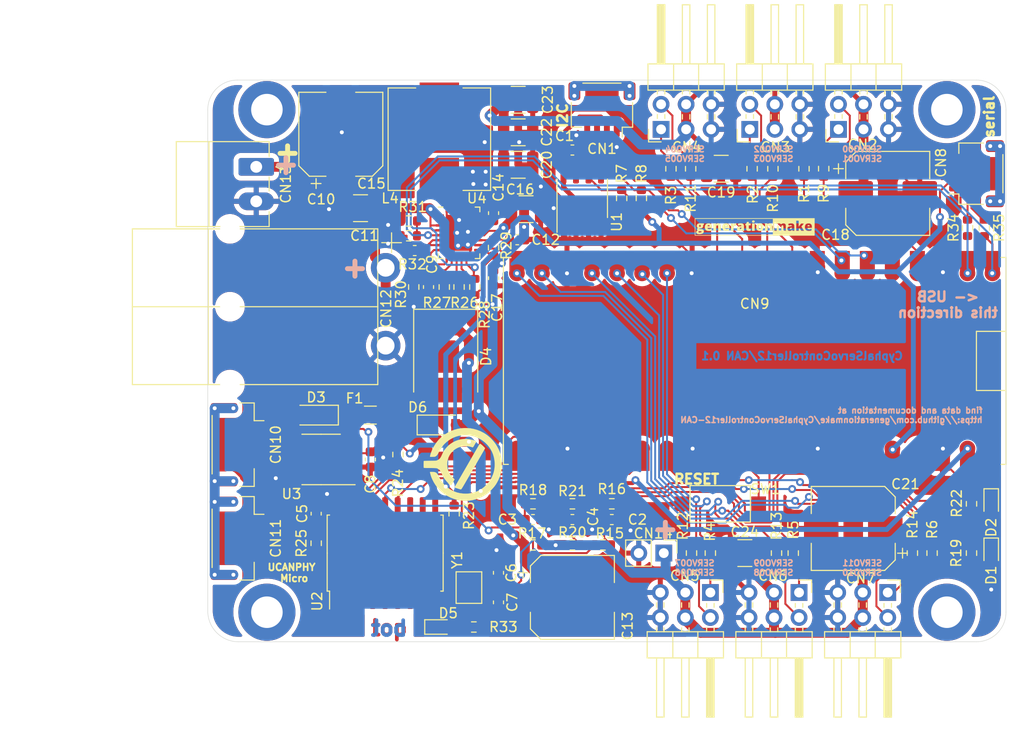
<source format=kicad_pcb>
(kicad_pcb (version 20211014) (generator pcbnew)
  (title_block (title "CyphalServoController12/CAN") (date "2023-09-24") (rev "0.1") (company "generationmake"))
  (layers (0 "F.Cu" signal) (31 "B.Cu" signal) (34 "B.Paste" user) (35 "F.Paste" user) (36 "B.SilkS" user "B.Silkscreen") (37 "F.SilkS" user "F.Silkscreen") (38 "B.Mask" user) (39 "F.Mask" user) (44 "Edge.Cuts" user))
  (net 0 "")
  (net 1 "+3V3")
  (net 2 "GND")
  (net 3 "MCP2515_CS")
  (net 4 "MCP2515_INT")
  (net 5 "MOSI")
  (net 6 "SCK")
  (net 7 "MISO")
  (net 8 "/MCP2515/TXCAN")
  (net 9 "/MCP2515/RXCAN")
  (net 10 "/MCP2515/CANH")
  (net 11 "/MCP2515/CANL")
  (net 12 "/MEAS_CANVCC")
  (net 13 "+BATT")
  (net 14 "/LED2")
  (net 15 "/LED3")
  (net 16 "/LED3_R")
  (net 17 "/LED2_R")
  (net 18 "/MCP2515/MCP2515_OSC2")
  (net 19 "/MCP2515/MCP2515_OSC1")
  (net 20 "/MCP2515/MCP2515_RESET")
  (net 21 "/MCP2515/MCP2515_SOF")
  (net 22 "/MCP2515/MCP2515_TX0RTS")
  (net 23 "/MCP2515/MCP2515_TX1RTS")
  (net 24 "/MCP2515/MCP2515_TX2RTS")
  (net 25 "/MCP2515/MCP2515_RX1BUF")
  (net 26 "/MCP2515/MCP2515_RX0BUF")
  (net 27 "/SER_TX")
  (net 28 "/SER_RX")
  (net 29 "/I2C_SDA")
  (net 30 "/I2C_SCL")
  (net 31 "/MEAS_BATT")
  (net 32 "/RESET")
  (net 37 "/MEAS_5V")
  (net 38 "/Power/SS")
  (net 39 "/Power/AVCC")
  (net 40 "/Power/PVCC")
  (net 41 "/Power/BOOT")
  (net 42 "/Power/PHASE")
  (net 43 "VCC")
  (net 44 "/SERVO01_R")
  (net 45 "/SERVO00_R")
  (net 46 "/SERVO03_R")
  (net 47 "/SERVO02_R")
  (net 48 "/SERVO05_R")
  (net 49 "/SERVO04_R")
  (net 50 "/SERVO07_R")
  (net 51 "/SERVO06_R")
  (net 52 "/SERVO09_R")
  (net 53 "/SERVO08_R")
  (net 54 "/SERVO11_R")
  (net 55 "/SERVO10_R")
  (net 56 "/SERVO00")
  (net 57 "/SERVO01")
  (net 58 "/SERVO02")
  (net 59 "/SERVO03")
  (net 60 "/SERVO04")
  (net 61 "/SERVO05")
  (net 62 "/SERVO06")
  (net 63 "/SERVO07")
  (net 64 "/SERVO08")
  (net 65 "/SERVO09")
  (net 66 "/SERVO10")
  (net 67 "/SERVO11")
  (net 70 "+5V")
  (net 72 "CANVCC")
  (net 73 "Net-(D3-Pad1)")
  (net 74 "Net-(D5-Pad2)")
  (net 75 "/Power/FB")
  (net 76 "VCC_EN")
  (net 77 "/Power/SET")
  (net 78 "VCC_PG")
  (net 80 "/MP1")
  (net 81 "/MP2")
  (net 82 "/MCP2515/MP3")
  (footprint "MECH_mounting_holes:MHP_3.2_5.8" (layer "F.Cu") (at 67 56)
    (fp_text reference "MECH1" hide)
    (fp_text value "MHP_3.2_5.8" hide)
  )
  (footprint "MECH_mounting_holes:MHP_3.2_5.8" (layer "F.Cu") (at 136 56)
    (fp_text reference "MECH2" hide)
    (fp_text value "MHP_3.2_5.8")
  )
  (footprint "MECH_mounting_holes:MHP_3.2_5.8" (layer "F.Cu") (at 67 107)
    (fp_text reference "MECH3" hide)
    (fp_text value "MHP_3.2_5.8")
  )
  (footprint "MECH_mounting_holes:MHP_3.2_5.8" (layer "F.Cu") (at 136 107)
    (fp_text reference "MECH4" hide)
    (fp_text value "MHP_3.2_5.8")
  )
  (footprint "Resistor_SMD:R_0603_1608Metric" (layer "F.Cu") (at 116.2375 62 90)
    (fp_text reference "R2")
    (fp_text value "100R")
  )
  (footprint "Capacitor_SMD:C_0603_1608Metric" (layer "F.Cu") (at 94 97.6)
    (fp_text reference "C3")
    (fp_text value "100nF")
  )
  (footprint "Capacitor_SMD:C_0603_1608Metric" (layer "F.Cu") (at 98 97.6)
    (fp_text reference "C4")
    (fp_text value "100nF")
  )
  (footprint "Resistor_SMD:R_0603_1608Metric" (layer "F.Cu") (at 121.5 62 90)
    (fp_text reference "R1")
    (fp_text value "100R")
  )
  (footprint "Resistor_SMD:R_0603_1608Metric" (layer "F.Cu") (at 108 62 90)
    (fp_text reference "R3")
    (fp_text value "100R")
  )
  (footprint "Capacitor_SMD:C_0603_1608Metric" (layer "F.Cu") (at 90.5 103 90)
    (fp_text reference "C6")
    (fp_text value "10pF")
  )
  (footprint "Connector_PinHeader_2.54mm:PinHeader_2x03_P2.54mm_Horizontal" (layer "F.Cu") (at 125 58 90)
    (fp_text reference "CN2")
    (fp_text value "CONN_02X03")
  )
  (footprint "Connector_PinHeader_2.54mm:PinHeader_2x03_P2.54mm_Horizontal" (layer "F.Cu") (at 116 58 90)
    (fp_text reference "CN3")
    (fp_text value "CONN_02X03")
  )
  (footprint "Connector_PinHeader_2.54mm:PinHeader_2x03_P2.54mm_Horizontal" (layer "F.Cu") (at 130 105 -90)
    (fp_text reference "CN7")
    (fp_text value "CONN_02X03")
  )
  (footprint "LED_SMD:LED_0603_1608Metric" (layer "F.Cu") (at 140.5 95.9575 -90)
    (fp_text reference "D2")
    (fp_text value "LED yellow")
  )
  (footprint "Package_SO:SOIC-8_3.9x4.9mm_P1.27mm" (layer "F.Cu") (at 72.5 91.5 180)
    (fp_text reference "U3")
    (fp_text value "SN65HVD232")
  )
  (footprint "Resistor_SMD:R_0603_1608Metric" (layer "F.Cu") (at 123.5 61.99 -90)
    (fp_text reference "R9")
    (fp_text value "100R")
  )
  (footprint "Resistor_SMD:R_0603_1608Metric" (layer "F.Cu") (at 118.3475 62 -90)
    (fp_text reference "R10")
    (fp_text value "100R")
  )
  (footprint "Resistor_SMD:R_0603_1608Metric" (layer "F.Cu") (at 110 62 -90)
    (fp_text reference "R11")
    (fp_text value "100R")
  )
  (footprint "Resistor_SMD:R_0603_1608Metric" (layer "F.Cu") (at 110.0875 101 90)
    (fp_text reference "R12")
    (fp_text value "100R")
  )
  (footprint "Connector_PinHeader_2.54mm:PinHeader_2x03_P2.54mm_Horizontal" (layer "F.Cu") (at 107 58 90)
    (fp_text reference "CN4")
    (fp_text value "CONN_02X03")
  )
  (footprint "Connector_PinHeader_2.54mm:PinHeader_2x03_P2.54mm_Horizontal" (layer "F.Cu") (at 121 105 -90)
    (fp_text reference "CN6")
    (fp_text value "CONN_02X03")
  )
  (footprint "LED_SMD:LED_0603_1608Metric" (layer "F.Cu") (at 84.5 108.5)
    (fp_text reference "D5")
    (fp_text value "LED green")
  )
  (footprint "Resistor_SMD:R_0603_1608Metric" (layer "F.Cu") (at 102 96)
    (fp_text reference "R16")
    (fp_text value "100k")
  )
  (footprint "labels:opencyphal_small" (layer "F.Cu") (at 86.9 92)
    (fp_text reference "L3" hide)
    (fp_text value "Label" hide)
  )
  (footprint "crystals:Crystal_SMD_3.2x2.5mm_4Pad" (layer "F.Cu") (at 87.5 104.5 90)
    (fp_text reference "Y1")
    (fp_text value "16MHz")
  )
  (footprint "Connector_PinHeader_2.54mm:PinHeader_2x03_P2.54mm_Horizontal" (layer "F.Cu") (at 112 105 -90)
    (fp_text reference "CN5")
    (fp_text value "CONN_02X03")
  )
  (footprint "Capacitor_SMD:C_0603_1608Metric" (layer "F.Cu") (at 83.4 74 90)
    (fp_text reference "C9")
    (fp_text value "10nF")
  )
  (footprint "Resistor_SMD:R_0603_1608Metric" (layer "F.Cu") (at 118.7125 101 90)
    (fp_text reference "R13")
    (fp_text value "100R")
  )
  (footprint "Resistor_SMD:R_0603_1608Metric" (layer "F.Cu") (at 132.5 101 90)
    (fp_text reference "R14")
    (fp_text value "100R")
  )
  (footprint "Resistor_SMD:R_0603_1608Metric" (layer "F.Cu") (at 101.1 100.175)
    (fp_text reference "R15")
    (fp_text value "100k")
  )
  (footprint "Capacitor_SMD:C_0603_1608Metric" (layer "F.Cu") (at 98 60.1)
    (fp_text reference "C1")
    (fp_text value "100nF")
  )
  (footprint "Capacitor_SMD:C_0603_1608Metric" (layer "F.Cu") (at 102 97.6)
    (fp_text reference "C2")
    (fp_text value "100nF")
  )
  (footprint "Capacitor_SMD:C_0603_1608Metric" (layer "F.Cu") (at 72 97 90)
    (fp_text reference "C5")
    (fp_text value "100nF")
  )
  (footprint "Capacitor_SMD:C_1210_3225Metric" (layer "F.Cu") (at 76.5 66 180)
    (fp_text reference "C10")
    (fp_text value "4.7uF 50V")
  )
  (footprint "Connector_JST:JST_SH_SM04B-SRSS-TB_1x04-1MP_P1.00mm_Horizontal" (layer "F.Cu") (at 139 62.5 90)
    (fp_text reference "CN8")
    (fp_text value "SM04B-SRSS-TB")
  )
  (footprint "Connector_JST:JST_GH_SM04B-GHS-TB_1x04-1MP_P1.25mm_Horizontal" (layer "F.Cu") (at 64 99.5 -90)
    (fp_text reference "CN11")
    (fp_text value "GH_SM04B-GHS-TB")
  )
  (footprint "Resistor_SMD:R_0603_1608Metric" (layer "F.Cu") (at 112 101 -90)
    (fp_text reference "R4")
    (fp_text value "100R")
  )
  (footprint "Resistor_SMD:R_0603_1608Metric" (layer "F.Cu") (at 134.5 101 -90)
    (fp_text reference "R6")
    (fp_text value "100R")
  )
  (footprint "Resistor_SMD:R_0603_1608Metric" (layer "F.Cu") (at 103 65 90)
    (fp_text reference "R7")
    (fp_text value "10k")
  )
  (footprint "Resistor_SMD:R_0603_1608Metric" (layer "F.Cu") (at 94 100.175)
    (fp_text reference "R17")
    (fp_text value "190k")
  )
  (footprint "Resistor_SMD:R_0603_1608Metric" (layer "F.Cu") (at 94 96)
    (fp_text reference "R18")
    (fp_text value "10k")
  )
  (footprint "Resistor_SMD:R_0603_1608Metric" (layer "F.Cu") (at 138.5 101 -90)
    (fp_text reference "R19")
    (fp_text value "3k3")
  )
  (footprint "Resistor_SMD:R_0603_1608Metric" (layer "F.Cu") (at 98 100.175)
    (fp_text reference "R20")
    (fp_text value "100k")
  )
  (footprint "Resistor_SMD:R_0603_1608Metric" (layer "F.Cu") (at 98 96)
    (fp_text reference "R21")
    (fp_text value "100k")
  )
  (footprint "Resistor_SMD:R_0603_1608Metric" (layer "F.Cu") (at 138.5 96 -90)
    (fp_text reference "R22")
    (fp_text value "3k3")
  )
  (footprint "Resistor_SMD:R_0603_1608Metric" (layer "F.Cu") (at 86 97 -90)
    (fp_text reference "R23")
    (fp_text value "10k")
  )
  (footprint "Resistor_SMD:R_0603_1608Metric" (layer "F.Cu") (at 80.3 91 -90)
    (fp_text reference "R24")
    (fp_text value "10k")
  )
  (footprint "Resistor_SMD:R_0603_1608Metric" (layer "F.Cu") (at 72 100 -90)
    (fp_text reference "R25")
    (fp_text value "10k")
  )
  (footprint "Button_Switch_SMD:SW_SPST_CK_RS282G05A3" (layer "F.Cu") (at 113 96 180)
    (fp_text reference "SW1")
    (fp_text value "SPST")
  )
  (footprint "Resistor_SMD:R_0603_1608Metric" (layer "F.Cu") (at 105 65 90)
    (fp_text reference "R8")
    (fp_text value "10k")
  )
  (footprint "Capacitor_SMD:C_0603_1608Metric" (layer "F.Cu") (at 90.5 106 -90)
    (fp_text reference "C7")
    (fp_text value "10pF")
  )
  (footprint "labels:generationmake_small_silk" (layer "F.Cu") (at 116.48095 70.53645)
    (fp_text reference "L1" hide)
    (fp_text value "Label" hide)
  )
  (footprint "Resistor_SMD:R_0603_1608Metric" (layer "F.Cu") (at 120.4125 101 -90)
    (fp_text reference "R5")
    (fp_text value "100R")
  )
  (footprint "Connector_JST:JST_SH_SM04B-SRSS-TB_1x04-1MP_P1.00mm_Horizontal" (layer "F.Cu") (at 101 56 180)
    (fp_text reference "CN1")
    (fp_text value "SM04B-SRSS-TB")
  )
  (footprint "Capacitor_SMD:C_0603_1608Metric" (layer "F.Cu") (at 77.5 91.5 -90)
    (fp_text reference "C8")
    (fp_text value "100nF")
  )
  (footprint "Diode_SMD:D_SMC" (layer "F.Cu") (at 85.14322 81.05876 -90)
    (fp_text reference "D4")
    (fp_text value "SMCJ40A")
  )
  (footprint "Capacitor_SMD:CP_Elec_8x10" (layer "F.Cu") (at 74.5 58.5 90)
    (fp_text reference "C15")
    (fp_text value "100 uF / 50 V")
  )
  (footprint "Resistor_SMD:R_0603_1608Metric" (layer "F.Cu") (at 81.9 74 -90)
    (fp_text reference "R30")
    (fp_text value "30k")
  )
  (footprint "Package_SO:SOIC-8_3.9x4.9mm_P1.27mm" (layer "F.Cu") (at 99 65 90)
    (fp_text reference "U1")
    (fp_text value "24LC64")
  )
  (footprint "Inductor_SMD:L_Wuerth_HCI-1050" (layer "F.Cu") (at 84.5 59 90)
    (fp_text reference "L4")
    (fp_text value "7443251000 (10 uH)")
  )
  (footprint "generationmake:POWERPOLE_hor_2" (layer "F.Cu") (at 79.05 76 -90)
    (fp_text reference "CN12")
    (fp_text value "Powerpole_2")
  )
  (footprint "Connector_Phoenix_MC:PhoenixContact_MC_1,5_2-G-3.5_1x02_P3.50mm_Horizontal" (layer "F.Cu") (at 65.9175 61.805 -90)
    (fp_text reference "CN13")
    (fp_text value "DNI")
  )
  (footprint "Resistor_SMD:R_0603_1608Metric" (layer "F.Cu") (at 88 108.5 180)
    (fp_text reference "R33")
    (fp_text value "2k2")
  )
  (footprint "Capacitor_SMD:C_1210_3225Metric" (layer "F.Cu") (at 113.1 62)
    (fp_text reference "C19")
    (fp_text value "47uF 10V")
  )
  (footprint "Capacitor_SMD:C_0603_1608Metric" (layer "F.Cu") (at 90 73.1 -90)
    (fp_text reference "C17")
    (fp_text value "100 nF")
  )
  (footprint "Capacitor_SMD:C_1210_3225Metric" (layer "F.Cu") (at 92.5 55)
    (fp_text reference "C23")
    (fp_text value "47uF 10V")
  )
  (footprint "Connector_JST:JST_GH_SM04B-GHS-TB_1x04-1MP_P1.25mm_Horizontal" (layer "F.Cu") (at 64 90 -90)
    (fp_text reference "CN10")
    (fp_text value "GH_SM04B-GHS-TB")
  )
  (footprint "Fuse:Fuse_1206_3216Metric" (layer "F.Cu") (at 77.5 87 180)
    (fp_text reference "F1")
    (fp_text value "nanoSMDC050F")
  )
  (footprint "Capacitor_SMD:C_0603_1608Metric" (layer "F.Cu") (at 92.4 69.2 180)
    (fp_text reference "C12")
    (fp_text value "2.2 uF")
  )
  (footprint "Capacitor_SMD:C_1210_3225Metric" (layer "F.Cu") (at 93.3 66.1)
    (fp_text reference "C16")
    (fp_text value "4.7uF 50V")
  )
  (footprint "Resistor_SMD:R_0603_1608Metric" (layer "F.Cu") (at 81.4 68.8 180)
    (fp_text reference "R32")
    (fp_text value "20k")
  )
  (footprint "Resistor_SMD:R_0603_1608Metric" (layer "F.Cu") (at 138.1 68 90)
    (fp_text reference "R34")
    (fp_text value "100R")
  )
  (footprint "Capacitor_SMD:C_0603_1608Metric" (layer "F.Cu") (at 90 66.5 90)
    (fp_text reference "C14")
    (fp_text value "100 nF")
  )
  (footprint "Resistor_SMD:R_0603_1608Metric" (layer "F.Cu") (at 85 74 -90)
    (fp_text reference "R27")
    (fp_text value "20k")
  )
  (footprint "Package_DFN_QFN:QFN-28-1EP_4x5mm_P0.5mm_EP2.65x3.65mm" (layer "F.Cu") (at 86.5 68.5)
    (fp_text reference "U4")
    (fp_text value "RAA211650")
  )
  (footprint "Capacitor_SMD:C_1210_3225Metric" (layer "F.Cu") (at 92.5 61.6)
    (fp_text reference "C20")
    (fp_text value "47uF 10V")
  )
  (footprint "Capacitor_SMD:CP_Elec_8x10" (layer "F.Cu") (at 98 105.5)
    (fp_text reference "C13")
    (fp_text value "100 uF / 50 V")
  )
  (footprint "Resistor_SMD:R_0603_1608Metric" (layer "F.Cu") (at 90 70 -90)
    (fp_text reference "R29")
    (fp_text value "1R")
  )
  (footprint "LED_SMD:LED_0603_1608Metric" (layer "F.Cu") (at 140.5 100.9575 -90)
    (fp_text reference "D1")
    (fp_text value "LED red")
  )
  (footprint "Capacitor_SMD:CP_Elec_8x10" (layer "F.Cu") (at 130 64.5)
    (fp_text reference "C18")
    (fp_text value "1000 uF / 10 V")
  )
  (footprint "Resistor_SMD:R_0603_1608Metric" (layer "F.Cu") (at 86.5 74 90)
    (fp_text reference "R26")
    (fp_text value "120k")
  )
  (footprint "Package_SO:SOIC-18W_7.5x11.6mm_P1.27mm" (layer "F.Cu") (at 79 101 90)
    (fp_text reference "U2")
    (fp_text value "MCP2515")
  )
  (footprint "Resistor_SMD:R_0603_1608Metric" (layer "F.Cu") (at 88.1 74 90)
    (fp_text reference "R28")
    (fp_text value "10k")
  )
  (footprint "Resistor_SMD:R_0603_1608Metric" (layer "F.Cu") (at 81.4 67.3)
    (fp_text reference "R31")
    (fp_text value "120k")
  )
  (footprint "Resistor_SMD:R_0603_1608Metric" (layer "F.Cu") (at 139.8 68 90)
    (fp_text reference "R35")
    (fp_text value "100R")
  )
  (footprint "Diode_SMD:D_SOD-123" (layer "F.Cu") (at 72 87 180)
    (fp_text reference "D3")
    (fp_text value "MBR0530T1G")
  )
  (footprint "Capacitor_SMD:C_1210_3225Metric" (layer "F.Cu") (at 92.5 58.3)
    (fp_text reference "C22")
    (fp_text value "47uF 10V")
  )
  (footprint "Connector_PinHeader_2.54mm:PinHeader_1x02_P2.54mm_Vertical" (layer "F.Cu") (at 107.275 101 -90)
    (fp_text reference "CN14")
    (fp_text value "DNI")
  )
  (footprint "Capacitor_SMD:C_1210_3225Metric" (layer "F.Cu") (at 115.5 101 180)
    (fp_text reference "C24")
    (fp_text value "47uF 10V")
  )
  (footprint "Diode_SMD:D_SOD-123" (layer "F.Cu") (at 84.5 88)
    (fp_text reference "D6")
    (fp_text value "MBR0530T1G")
  )
  (footprint "generationmake:RASPI_PICO_SOLDER_Kopie" (layer "F.Cu") (at 116.5 81.5 -90)
    (fp_text reference "CN9")
    (fp_text value "RASPBERRYPI_PICO")
  )
  (footprint "Capacitor_SMD:CP_Elec_8x10" (layer "F.Cu") (at 126.5 98.5 180)
    (fp_text reference "C21")
    (fp_text value "1000 uF / 10 V")
  )
  (footprint "Capacitor_SMD:C_0603_1608Metric" (layer "F.Cu") (at 82 70.3)
    (fp_text reference "C11")
    (fp_text value "1 uF")
  )
  (footprint "labels:generationmake_small_solder" (layer "B.Cu") (at 121.11905 80.43645 180)
    (fp_text reference "L2" hide)
    (fp_text value "Label" hide)
  )
  (gr_line (start 139 110) (end 64.12132 110) (layer "Edge.Cuts") (width 0.05))
  (gr_line (start 61 56) (end 61 107) (layer "Edge.Cuts") (width 0.05))
  (gr_line (start 142 56) (end 142 107) (layer "Edge.Cuts") (width 0.05))
  (gr_line (start 139 53) (end 64 53) (layer "Edge.Cuts") (width 0.05))
  (gr_arc (start 139 53) (mid 141.12132 53.87868) (end 142 56) (layer "Edge.Cuts") (width 0.05))
  (gr_arc (start 61 56) (mid 61.87868 53.87868) (end 64 53) (layer "Edge.Cuts") (width 0.05))
  (gr_arc (start 142 107) (mid 141.12132 109.12132) (end 139 110) (layer "Edge.Cuts") (width 0.05))
  (gr_arc (start 64.12132 110) (mid 61.95666 109.128412) (end 61 107) (layer "Edge.Cuts") (width 0.05))
  (gr_text "top" (at 79.4 108.6) (layer "F.Cu") (effects (font (size 1.5 1.5) (thickness 0.375))))
  (gr_text "CyphalServoController12/CAN 0.1" (at 121.3 81) (layer "B.Cu") (effects (font (size 0.8 0.8) (thickness 0.2)) (justify mirror)))
  (gr_text "bot" (at 79.4 108.63645) (layer "B.Cu") (effects (font (size 1.5 1.5) (thickness 0.375)) (justify mirror)))
  (gr_text "<- USB\nthis direction" (at 136.1 75.8) (layer "B.SilkS") (effects (font (size 1 1) (thickness 0.25)) (justify mirror)))
  (gr_text "+" (at 109 98.5) (layer "B.SilkS") (effects (font (size 2 2) (thickness 0.5)) (justify left mirror)))
  (gr_text "SERVO07\nSERVO06" (at 112.5 102.5) (layer "B.SilkS") (effects (font (size 0.6 0.6)) (justify left mirror)))
  (gr_text "SERVO00\nSERVO01" (at 129.5 60.5) (layer "B.SilkS") (effects (font (size 0.6 0.6)) (justify left mirror)))
  (gr_text "SERVO11\nSERVO10" (at 129.5 102.5) (layer "B.SilkS") (effects (font (size 0.6 0.6)) (justify left mirror)))
  (gr_text "find data and documentation at\nhttps://github.com/generationmake/CyphalServoController12-CAN" (at 139.7 87) (layer "B.SilkS") (effects (font (size 0.6 0.6)) (justify left mirror)))
  (gr_text "+" (at 70.5 61.5) (layer "B.SilkS") (effects (font (size 2 2) (thickness 0.5)) (justify left mirror)))
  (gr_text "SERVO02\nSERVO03" (at 120.5 60.5) (layer "B.SilkS") (effects (font (size 0.6 0.6)) (justify left mirror)))
  (gr_text "SERVO04\nSERVO05" (at 111.5 60.5) (layer "B.SilkS") (effects (font (size 0.6 0.6)) (justify left mirror)))
  (gr_text "+" (at 77.5 72) (layer "B.SilkS") (effects (font (size 2 2) (thickness 0.5)) (justify left mirror)))
  (gr_text "SERVO09\nSERVO08" (at 120.5 102.5) (layer "B.SilkS") (effects (font (size 0.6 0.6)) (justify left mirror)))
  (gr_text "UCANPHY\n Micro" (at 69.5 103) (layer "F.SilkS") (effects (font (size 0.7 0.7) (thickness 0.175))))
  (gr_text "+" (at 69.1 60.3) (layer "F.SilkS") (effects (font (size 2 2) (thickness 0.5))))
  (gr_text "I2C" (at 97 56.6 90) (layer "F.SilkS") (effects (font (size 1 1) (thickness 0.25))))
  (gr_text "RESET" (at 110.6 93.5) (layer "F.SilkS") (effects (font (size 1 1) (thickness 0.25))))
  (gr_text "serial" (at 140.3 56.7 90) (layer "F.SilkS") (effects (font (size 1 1) (thickness 0.25))))
  (segment (start 97.095 62.525) (end 97.095 63.895) (width 0.5) (layer "F.Cu") (net 1))
  (segment (start 105 65.825) (end 103 65.825) (width 0.5) (layer "F.Cu") (net 1))
  (segment (start 78.05 90.175) (end 77.5 90.725) (width 0.2) (layer "F.Cu") (net 1))
  (segment (start 105 66.3) (end 106.1 67.4) (width 0.5) (layer "F.Cu") (net 1))
  (segment (start 80.3 90.175) (end 80.775 90.175) (width 0.2) (layer "F.Cu") (net 1))
  (segment (start 77.25 94.55) (end 76.484314 94.55) (width 0.2) (layer "F.Cu") (net 1))
  (segment (start 100.873528 56.75) (end 98.75 56.75) (width 0.5) (layer "F.Cu") (net 1))
  (segment (start 97.5 59.725) (end 97.225 60) (width 0.2) (layer "F.Cu") (net 1))
  (segment (start 98.45 57.05) (end 97.5 58) (width 0.2) (layer "F.Cu") (net 1))
  (segment (start 76.484314 94.55) (end 76.134314 94.9) (width 0.2) (layer "F.Cu") (net 1))
  (segment (start 137 63) (end 136.588604 63) (width 0.2) (layer "F.Cu") (net 1))
  (segment (start 80.775 90.175) (end 81.5 90.9) (width 0.2) (layer "F.Cu") (net 1))
  (segment (start 98.75 56.75) (end 98.45 57.05) (width 0.5) (layer "F.Cu") (net 1))
  (segment (start 79.5 90.975) (end 79.5 92.3) (width 0.2) (layer "F.Cu") (net 1))
  (segment (start 130.47 90.47) (end 130.5 90.5) (width 0.2) (layer "F.Cu") (net 1))
  (segment (start 80.3 90.175) (end 79.5 90.975) (width 0.2) (layer "F.Cu") (net 1))
  (segment (start 101.5 57.376472) (end 100.873528 56.75) (width 0.5) (layer "F.Cu") (net 1))
  (segment (start 76.134314 94.9) (end 74.1 94.9) (width 0.2) (layer "F.Cu") (net 1))
  (segment (start 97.5 58) (end 97.5 59.725) (width 0.2) (layer "F.Cu") (net 1))
  (segment (start 86 96.175) (end 86 95.1) (width 0.5) (layer "F.Cu") (net 1))
  (segment (start 77.36 90.865) (end 77.5 90.725) (width 0.2) (layer "F.Cu") (net 1))
  (segment (start 105 65.825) (end 105 66.3) (width 0.5) (layer "F.Cu") (net 1))
  (segment (start 72 99.175) (end 72 99.1) (width 0.2) (layer "F.Cu") (net 1))
  (segment (start 101.5 58) (end 101.5 57.376472) (width 0.5) (layer "F.Cu") (net 1))
  (segment (start 74.1 94.9) (end 73.92 95.08) (width 0.2) (layer "F.Cu") (net 1))
  (segment (start 99.025 65.825) (end 103 65.825) (width 0.5) (layer "F.Cu") (net 1))
  (segment (start 73.92 98.08) (end 73.6 98.4) (width 0.2) (layer "F.Cu") (net 1))
  (segment (start 86 95.1) (end 85.15 94.25) (width 0.5) (layer "F.Cu") (net 1))
  (segment (start 136.588604 63) (end 135.3 64.288604) (width 0.2) (layer "F.Cu") (net 1))
  (segment (start 74.975 90.865) (end 77.36 90.865) (width 0.2) (layer "F.Cu") (net 1))
  (segment (start 72.7 98.4) (end 72.625 98.4) (width 0.2) (layer "F.Cu") (net 1))
  (segment (start 73.92 96.35) (end 73.92 98.08) (width 0.2) (layer "F.Cu") (net 1))
  (segment (start 72 99.1) (end 72.7 98.4) (width 0.2) (layer "F.Cu") (net 1))
  (segment (start 97.225 58.275) (end 98.75 56.75) (width 0.5) (layer "F.Cu") (net 1))
  (segment (start 79.5 92.3) (end 77.25 94.55) (width 0.2) (layer "F.Cu") (net 1))
  (segment (start 97.225 62.395) (end 97.095 62.525) (width 0.5) (layer "F.Cu") (net 1))
  (segment (start 80.3 90.175) (end 78.05 90.175) (width 0.2) (layer "F.Cu") (net 1))
  (segment (start 135.3 64.288604) (end 135.3 65.4) (width 0.2) (layer "F.Cu") (net 1))
  (segment (start 97.095 63.895) (end 99.025 65.825) (width 0.5) (layer "F.Cu") (net 1))
  (segment (start 73.6 98.4) (end 72.7 98.4) (width 0.2) (layer "F.Cu") (net 1))
  (segment (start 72.625 98.4) (end 72 97.775) (width 0.2) (layer "F.Cu") (net 1))
  (segment (start 73.92 95.08) (end 73.92 96.35) (width 0.2) (layer "F.Cu") (net 1))
  (segment (start 135.3 65.4) (end 135.3 66.9) (width 0.2) (layer "F.Cu") (net 1))
  (segment (start 130.47 90.39) (end 130.47 90.47) (width 0.2) (layer "F.Cu") (net 1))
  (segment (start 97.225 60) (end 97.225 58.275) (width 0.5) (layer "F.Cu") (net 1))
  (segment (start 97.225 60) (end 97.225 62.395) (width 0.5) (layer "F.Cu") (net 1))
  (via (at 130.5 90.5) (size 0.8) (drill 0.4) (layers "F.Cu" "B.Cu") (net 1))
  (via (at 81.5 90.9) (size 0.8) (drill 0.4) (layers "F.Cu" "B.Cu") (net 1))
  (via (at 85.15 94.25) (size 0.8) (drill 0.4) (layers "F.Cu" "B.Cu") (net 1))
  (via (at 106.1 67.4) (size 0.8) (drill 0.4) (layers "F.Cu" "B.Cu") (net 1))
  (via (at 135.3 66.9) (size 0.8) (drill 0.4) (layers "F.Cu" "B.Cu") (net 1))
  (segment (start 125 72.45) (end 131 72.45) (width 0.5) (layer "B.Cu") (net 1))
  (segment (start 132.6 88.4) (end 130.5 90.5) (width 0.5) (layer "B.Cu") (net 1))
  (segment (start 85.15 90.05) (end 82.35 90.05) (width 0.5) (layer "B.Cu") (net 1))
  (segment (start 85.15 90.05) (end 85.15 80.85) (width 0.5) (layer "B.Cu") (net 1))
  (segment (start 132.55 74) (end 132.6 74) (width 0.5) (layer "B.Cu") (net 1))
  (segment (start 106.8 69.55) (end 106.8 68.1) (width 0.5) (layer "B.Cu") (net 1))
  (segment (start 91.95 68.6) (end 91.95 67.706497) (width 0.5) (layer "B.Cu") (net 1))
  (segment (start 106.8 68.1) (end 106.1 67.4) (width 0.5) (layer "B.Cu") (net 1))
  (segment (start 131 72.45) (end 135.3 68.15) (width 0.5) (layer "B.Cu") (net 1))
  (segment (start 94.05 67.506497) (end 94.05 67.55) (width 0.5) (layer "B.Cu") (net 1))
  (segment (start 91.95 67.706497) (end 92.706497 66.95) (width 0.5) (layer "B.Cu") (net 1))
  (segment (start 88.95 71.6) (end 91.95 68.6) (width 0.5) (layer "B.Cu") (net 1))
  (segment (start 88.95 75) (end 88.95 71.6) (width 0.5) (layer "B.Cu") (net 1))
  (segment (start 106.8 69.55) (end 122.1 69.55) (width 0.5) (layer "B.Cu") (net 1))
  (segment (start 122.1 69.55) (end 125 72.45) (width 0.5) (layer "B.Cu") (net 1))
  (segment (start 96.05 69.55) (end 106.8 69.55) (width 0.5) (layer "B.Cu") (net 1))
  (segment (start 82.35 90.05) (end 81.5 90.9) (width 0.5) (layer "B.Cu") (net 1))
  (segment (start 131 72.45) (end 132.55 74) (width 0.5) (layer "B.Cu") (net 1))
  (segment (start 85.15 94.25) (end 85.15 90.05) (width 0.5) (layer "B.Cu") (net 1))
  (segment (start 93.493503 66.95) (end 94.05 67.506497) (width 0.5) (layer "B.Cu") (net 1))
  (segment (start 85.15 80.85) (end 88.925 77.075) (width 0.5) (layer "B.Cu") (net 1))
  (segment (start 92.706497 66.95) (end 93.493503 66.95) (width 0.5) (layer "B.Cu") (net 1))
  (segment (start 135.3 68.15) (end 135.3 66.9) (width 0.5) (layer "B.Cu") (net 1))
  (segment (start 94.05 67.55) (end 96.05 69.55) (width 0.5) (layer "B.Cu") (net 1))
  (segment (start 132.6 74) (end 132.6 88.4) (width 0.5) (layer "B.Cu") (net 1))
  (segment (start 88.9 75.05) (end 88.95 75) (width 0.5) (layer "B.Cu") (net 1))
  (segment (start 88.925 77.075) (end 88.9 77.05) (width 0.5) (layer "B.Cu") (net 1))
  (segment (start 88.9 77.05) (end 88.9 75.05) (width 0.5) (layer "B.Cu") (net 1))
  (segment (start 124.92 107.54) (end 124.92 105) (width 0.2) (layer "F.Cu") (net 2))
  (segment (start 68.3 93.6) (end 69.83 93.6) (width 0.2) (layer "F.Cu") (net 2))
  (segment (start 97.45 69.05) (end 97.5 69) (width 0.2) (layer "F.Cu") (net 2))
  (segment (start 74.095 94.005) (end 76.795 94.005) (width 0.2) (layer "F.Cu") (net 2))
  (segment (start 101.8 56.1) (end 96.4 56.1) (width 0.2) (layer "F.Cu") (net 2))
  (segment (start 69.83 93.6) (end 70.025 93.405) (width 0.2) (layer "F.Cu") (net 2))
  (segment (start 88.4 103.35) (end 89.375 103.35) (width 0.2) (layer "F.Cu") (net 2))
  (segment (start 101.25 105.5) (end 101.75 105) (width 0.2) (layer "F.Cu") (net 2))
  (segment (start 98.5 69) (end 97.5 69) (width 0.2) (layer "F.Cu") (net 2))
  (segment (start 99 97.6) (end 100 98.6) (width 0.2) (layer "F.Cu") (net 2))
  (segment (start 91.5 105.8) (end 91.5 103.225) (width 0.2) (layer "F.Cu") (net 2))
  (segment (start 73.1 95) (end 74.095 94.005) (width 0.2) (layer "F.Cu") (net 2))
  (segment (start 81.175 68.8) (end 81.175 70.25) (width 0.2) (layer "F.Cu") (net 2))
  (segment (start 77.5 92.275) (end 77.825 92.275) (width 0.2) (layer "F.Cu") (net 2))
  (segment (start 88.45 67.25) (end 87.75 67.25) (width 0.2) (layer "F.Cu") (net 2))
  (segment (start 101 69) (end 99.9 69) (width 0.2) (layer "F.Cu") (net 2))
  (segment (start 136.85 92.96) (end 138.29 92.96) (width 0.2) (layer "F.Cu") (net 2))
  (segment (start 100.905 68.905) (end 101 69) (width 0.2) (layer "F.Cu") (net 2))
  (segment (start 100.905 67.475) (end 100.905 68.905) (width 0.2) (layer "F.Cu") (net 2))
  (segment (start 94.825 97.55) (end 94.775 97.6) (width 0.2) (layer "F.Cu") (net 2))
  (segment (start 94.775 97.775) (end 95.6 98.6) (width 0.2) (layer "F.Cu") (net 2))
  (segment (start 89.375 103.35) (end 90.5 102.225) (width 0.2) (layer "F.Cu") (net 2))
  (segment (start 130.08 61.33) (end 133.25 64.5) (width 0.2) (layer "F.Cu") (net 2))
  (segment (start 124.92 105) (end 124.92 100.17) (width 0.2) (layer "F.Cu") (net 2))
  (segment (start 86.6 105.65) (end 84.08 105.65) (width 0.2) (layer "F.Cu") (net 2))
  (segment (start 99.635 68.735) (end 99.9 69) (width 0.2) (layer "F.Cu") (net 2))
  (segment (start 94.775 97.6) (end 94.775 97.775) (width 0.2) (layer "F.Cu") (net 2))
  (segment (start 70.025 93.405) (end 67.905 93.405) (width 0.2) (layer "F.Cu") (net 2))
  (segment (start 72 96.225) (end 72 96.1) (width 0.2) (layer "F.Cu") (net 2))
  (segment (start 85.25 66.05) (end 85.25 67.25) (width 0.2) (layer "F.Cu") (net 2))
  (segment (start 102.5 58) (end 102.5 56.8) (width 0.2) (layer "F.Cu") (net 2))
  (segment (start 87.75 67.25) (end 86.5 68.5) (width 0.2) (layer "F.Cu") (net 2))
  (segment (start 134.6 67.9) (end 133.25 66.55) (width 0.2) (layer "F.Cu") (net 2))
  (segment (start 76.795 94.005) (end 77.5 93.3) (width 0.2) (layer "F.Cu") (net 2))
  (segment (start 69.2 94.23) (end 70.025 93.405) (width 0.2) (layer "F.Cu") (net 2))
  (segment (start 83.45 74.825) (end 83.4 74.775) (width 0.2) (layer "F.Cu") (net 2))
  (segment (start 112.08 55.46) (end 112.08 58) (width 0.2) (layer "F.Cu") (net 2))
  (segment (start 137 66.6) (end 137 64) (width 0.2) (layer "F.Cu") (net 2))
  (segment (start 115.92 107.54) (end 115.92 105) (width 0.2) (layer "F.Cu") (net 2))
  (segment (start 121.08 55.46) (end 121.08 58) (width 0.2) (layer "F.Cu") (net 2))
  (segment (start 90.525 106.775) (end 91.5 105.8) (width 0.2) (layer "F.Cu") (net 2))
  (segment (start 93.975 61.6) (end 93.975 65.3) (width 0.2) (layer "F.Cu") (net 2))
  (segment (start 91.5 103.225) (end 90.5 102.225) (width 0.2) (layer "F.Cu") (net 2))
  (segment (start 99.635 67.475) (end 99.635 68.735) (width 0.2) (layer "F.Cu") (net 2))
  (segment (start 80.7 70.3) (end 80.1 69.7) (width 0.2) (layer "F.Cu") (net 2))
  (segment (start 87.25 67.75) (end 86.5 68.5) (width 0.2) (layer "F.Cu") (net 2))
  (segment (start 65.85 91.875) (end 66.575 91.875) (width 0.2) (layer "F.Cu") (net 2))
  (segment (start 138.29 92.96) (end 140.5 95.17) (width 0.2) (layer "F.Cu") (net 2))
  (segment (start 69.2 99.9) (end 69.2 94.23) (width 0.2) (layer "F.Cu") (net 2))
  (segment (start 88.45 67.75) (end 87.25 67.75) (width 0.2) (layer "F.Cu") (net 2))
  (segment (start 110.15 70.85) (end 108.3 69) (width 0.2) (layer "F.Cu") (net 2))
  (segment (start 110.15 71.34) (end 110.15 70.85) (width 0.2) (layer "F.Cu") (net 2))
  (segment (start 114.025 103.105) (end 115.92 105) (width 0.5) (layer "F.Cu") (net 2))
  (segment (start 101.75 105) (end 106.92 105) (width 0.2) (layer "F.Cu") (net 2))
  (segment (start 141.275 103.925) (end 140.5 104.7) (width 0.2) (layer "F.Cu") (net 2))
  (segment (start 102.5 56.8) (end 101.8 56.1) (width 0.2) (layer "F.Cu") (net 2))
  (segment (start 98.365 67.475) (end 98.365 68.865) (width 0.2) (layer "F.Cu") (net 2))
  (segment (start 81.175 68.8) (end 80.575 68.8) (width 0.2) (layer "F.Cu") (net 2))
  (segment (start 90.5 100.9) (end 90.3 100.7) (width 0.2) (layer "F.Cu") (net 2))
  (segment (start 85.25 67.25) (end 86.5 68.5) (width 0.2) (layer "F.Cu") (net 2))
  (segment (start 93.975 65.3) (end 94.775 66.1) (width 0.2) (layer "F.Cu") (net 2))
  (segment (start 102.775 97.6) (end 102.8 97.6) (width 0.2) (layer "F.Cu") (net 2))
  (segment (start 77.825 92.275) (end 78.8 91.3) (width 0.2) (layer "F.Cu") (net 2))
  (segment (start 95.3 69) (end 93.375 69) (width 0.2) (layer "F.Cu") (net 2))
  (segment (start 102.8 97.6) (end 103.9 98.7) (width 0.2) (layer "F.Cu") (net 2))
  (segment (start 108.3 69) (end 101 69) (width 0.2) (layer "F.Cu") (net 2))
  (segment (start 94.775 68.475) (end 95.3 69) (width 0.2) (layer "F.Cu") (net 2))
  (segment (start 81.175 70.25) (end 81.225 70.3) (width 0.2) (layer "F.Cu") (net 2))
  (segment (start 95.375 56.4) (end 93.975 55) (width 0.2) (layer "F.Cu") (net 2))
  (segment (start 67.725 101.375) (end 69.2 99.9) (width 0.2) (layer "F.Cu") (net 2))
  (segment (start 97.095 68.595) (end 97.5 69) (width 0.2) (layer "F.Cu") (net 2))
  (segment (start 65.85 101.375) (end 67.725 101.375) (width 0.2) (layer "F.Cu") (net 2))
  (segment (start 141.275 98.175) (end 141.275 95.945) (width 0.2) (layer "F.Cu") (net 2))
  (segment (start 98.775 58.975) (end 98.4 58.6) (width 0.2) (layer "F.Cu") (net 2))
  (segment (start 98.365 62.525) (end 98.365 60.41) (width 0.2) (layer "F.Cu") (net 2))
  (segment (start 80.1 69.7) (end 79.4 69.7) (width 0.2) (layer "F.Cu") (net 2))
  (segment (start 130.08 58) (end 130.08 61.33) (width 0.2) (layer "F.Cu") (net 2))
  (segment (start 86.3 68.5) (end 86.5 68.5) (width 0.2) (layer "F.Cu") (net 2))
  (segment (start 141.275 98.175) (end 141.275 103.925) (width 0.2) (layer "F.Cu") (net 2))
  (segment (start 130.08 55.46) (end 130.08 58) (width 0.2) (layer "F.Cu") (net 2))
  (segment (start 102.825 97.55) (end 102.775 97.6) (width 0.2) (layer "F.Cu") (net 2))
  (segment (start 66.575 91.875) (end 68.3 93.6) (width 0.2) (layer "F.Cu") (net 2))
  (segment (start 84.55 66.75) (end 86.3 68.5) (width 0.2) (layer "F.Cu") (net 2))
  (segment (start 98.365 68.865) (end 98.5 69) (width 0.2) (layer "F.Cu") (net 2))
  (segment (start 124.92 100.17) (end 123.25 98.5) (width 0.2) (layer "F.Cu") (net 2))
  (segment (start 97.5 69) (end 95.3 69) (width 0.2) (layer "F.Cu") (net 2))
  (segment (start 83.55876 84.45876) (end 85.14322 84.45876) (width 0.2) (layer "F.Cu") (net 2))
  (segment (start 72 96.1) (end 73.1 95) (width 0.2) (layer "F.Cu") (net 2))
  (segment (start 114.025 101) (end 114.025 103.105) (width 0.5) (layer "F.Cu") (net 2))
  (segment (start 74.975 92.135) (end 77.36 92.135) (width 0.2) (layer "F.Cu") (net 2))
  (segment (start 81.9 74.825) (end 81.9 76) (width 0.2) (layer "F.Cu") (net 2))
  (segment (start 81.225 70.3) (end 80.7 70.3) (width 0.2) (layer "F.Cu") (net 2))
  (segment (start 135.75 67.85) (end 137 66.6) (width 0.2) (layer "F.Cu") (net 2))
  (segment (start 93.975 58.3) (end 93.975 61.6) (width 0.2) (layer "F.Cu") (net 2))
  (segment (start 135.55 71.34) (end 135.55 68.05) (width 0.2) (layer "F.Cu") (net 2))
  (segment (start 102.825 96) (end 102.825 97.55) (width 0.2) (layer "F.Cu") (net 2))
  (segment (start 98.775 97.6) (end 99 97.6) (width 0.2) (layer "F.Cu") (net 2))
  (segment (start 94.825 96) (end 94.825 97.55) (width 0.2) (layer "F.Cu") (net 2))
  (segment (start 96.4 56.1) (end 96.1 56.4) (width 0.2) (layer "F.Cu") (net 2))
  (segment (start 133.25 66.55) (end 133.25 64.5) (width 0.2) (layer "F.Cu") (net 2))
  (segment (start 140.5 100.17) (end 141.275 99.395) (width 0.2) (layer "F.Cu") (net 2))
  (segment (start 102.5 58) (end 102.5 59.8) (width 0.2) (layer "F.Cu") (net 2))
  (segment (start 83.7125 108.5) (end 83.7125 106.0175) (width 0.2) (layer "F.Cu") (net 2))
  (segment (start 141.275 99.395) (end 141.275 98.175) (width 0.2) (layer "F.Cu") (net 2))
  (segment (start 86.6 105.65) (end 86.6 106) (width 0.2) (layer "F.Cu") (net 2))
  (segment (start 98.825 97.55) (end 98.775 97.6) (width 0.2) (layer "F.Cu") (net 2))
  (segment (start 97.45 72.61) (end 97.45 69.05) (width 0.2) (layer "F.Cu") (net 2))
  (segment (start 87.75 70.95) (end 87.75 70.512348) (width 0.2) (layer "F.Cu") (net 2))
  (segment (start 90.5 102.225) (end 90.5 100.9) (width 0.2) (layer "F.Cu") (net 2))
  (segment (start 93.975 55) (end 93.975 58.3) (width 0.2) (layer "F.Cu") (net 2))
  (segment (start 97.095 67.475) (end 97.095 68.595) (width 0.2) (layer "F.Cu") (net 2))
  (segment (start 106.92 107.54) (end 106.92 105) (width 0.2) (layer "F.Cu") (net 2))
  (segment (start 87.375 106.775) (end 90.5 106.775) (width 0.2) (layer "F.Cu") (net 2))
  (segment (start 135.55 68.05) (end 135.75 67.85) (width 0.2) (layer "F.Cu") (net 2))
  (segment (start 99.9 69) (end 98.5 69) (width 0.2) (layer "F.Cu") (net 2))
  (segment (start 94.775 66.1) (end 94.775 68.475) (width 0.2) (layer "F.Cu") (net 2))
  (segment (start 77.5 93.3) (end 77.5 92.275) (width 0.2) (layer "F.Cu") (net 2))
  (segment (start 81.9 74.825) (end 83.35 74.825) (width 0.2) (layer "F.Cu") (net 2))
  (segment (start 135.55 91.66) (end 136.85 92.96) (width 0.2) (layer "F.Cu") (net 2))
  (segment (start 93.375 69) (end 93.175 69.2) (width 0.2) (layer "F.Cu") (net 2))
  (segment (start 98.775 60) (end 98.775 58.975) (width 0.2) (layer "F.Cu") (net 2))
  (segment (start 79.4 69.7) (end 79.3 69.6) (width 0.2) (layer "F.Cu") (net 2))
  (segment (start 98.365 60.41) (end 98.775 60) (width 0.2) (layer "F.Cu") (net 2))
  (segment (start 67.905 93.405) (end 67.9 93.4) (width 0.2) (layer "F.Cu") (net 2))
  (segment (start 84.55 67.25) (end 85.25 67.25) (width 0.2) (layer "F.Cu") (net 2))
  (segment (start 85 74.825) (end 83.45 74.825) (width 0.2) (layer "F.Cu") (net 2))
  (segment (start 135.7 67.9) (end 134.6 67.9) (width 0.2) (layer "F.Cu") (net 2))
  (segment (start 83.35 74.825) (end 83.4 74.775) (width 0.2) (layer "F.Cu") (net 2))
  (segment (start 87.75 70.512348) (end 87.6125 70.374848) (width 0.2) (layer "F.Cu") (net 2))
  (segment (start 86.6 106) (end 87.375 106.775) (width 0.2) (layer "F.Cu") (net 2))
  (segment (start 98.825 96) (end 98.825 97.55) (width 0.2) (layer "F.Cu") (net 2))
  (segment (start 83.7125 106.0175) (end 84.08 105.65) (width 0.2) (layer "F.Cu") (net 2))
  (segment (start 90.5 106.775) (end 90.525 106.775) (width 0.2) (layer "F.Cu") (net 2))
  (segment (start 77.36 92.135) (end 77.5 92.275) (width 0.2) (layer "F.Cu") (net 2))
  (segment (start 96.1 56.4) (end 95.375 56.4) (width 0.2) (layer "F.Cu") (net 2))
  (segment (start 141.275 95.945) (end 140.5 95.17) (width 0.2) (layer "F.Cu") (net 2))
  (segment (start 79.05 79.95) (end 83.55876 84.45876) (width 0.2) (layer "F.Cu") (net 2))
  (segment (start 135.75 67.85) (end 135.7 67.9) (width 0.2) (layer "F.Cu") (net 2))
  (via (at 87.9 62.3) (size 0.8) (drill 0.4) (layers "F.Cu" "B.Cu") (net 2))
  (via (at 122.9 72.5) (size 0.8) (drill 0.4) (layers "F.Cu" "B.Cu") (net 2))
  (via (at 89.2 62.3) (size 0.8) (drill 0.4) (layers "F.Cu" "B.Cu") (net 2))
  (via (at 81.9 76) (size 0.8) (drill 0.4) (layers "F.Cu" "B.Cu") (net 2))
  (via (at 86.4 69.8) (size 0.8) (drill 0.4) (layers "F.Cu" "B.Cu") (net 2))
  (via (at 135.6 72.5) (size 0.8) (drill 0.4) (layers "F.Cu" "B.Cu") (net 2))
  (via (at 122.9 90.4) (size 0.8) (drill 0.4) (layers "F.Cu" "B.Cu") (net 2))
  (via (at 110.1 72.6) (size 0.8) (drill 0.4) (layers "F.Cu" "B.Cu") (net 2))
  (via (at 87.95 63.55) (size 0.8) (drill 0.4) (layers "F.Cu" "B.Cu") (net 2))
  (via (at 87.4 69.7) (size 0.8) (drill 0.4) (layers "F.Cu" "B.Cu") (net 2))
  (via (at 89.2 63.6) (size 0.8) (drill 0.4) (layers "F.Cu" "B.Cu") (net 2))
  (via (at 92.6 59.3) (size 0.8) (drill 0.4) (layers "F.Cu" "B.Cu") (net 2))
  (via (at 103.9 98.7) (size 0.8) (drill 0.4) (layers "F.Cu" "B.Cu") (net 2))
  (via (at 89.1 59.3) (size 0.8) (drill 0.4) (layers "F.Cu" "B.Cu") (net 2))
  (via (at 78.8 91.3) (size 0.8) (drill 0.4) (layers "F.Cu" "B.Cu") (net 2))
  (via (at 95.6 98.6) (size 0.8) (drill 0.4) (layers "F.Cu" "B.Cu") (net 2))
  (via (at 73.1 95) (size 0.8) (drill 0.4) (layers "F.Cu" "B.Cu") (net 2))
  (via (at 94.8 63.8) (size 0.8) (drill 0.4) (layers "F.Cu" "B.Cu") (net 2))
  (via (at 73.3 66.1) (size 0.8) (drill 0.4) (layers "F.Cu" "B.Cu") (net 2))
  (via (at 135.6 90.4) (size 0.8) (drill 0.4) (layers "F.Cu" "B.Cu") (net 2))
  (via (at 86.5 67.2) (size 0.8) (drill 0.4) (layers "F.Cu" "B.Cu") (net 2))
  (via (at 79.3 69.6) (size 0.8) (drill 0.4) (layers "F.Cu" "B.Cu") (net 2))
  (via (at 98.4 58.6) (size 0.8) (drill 0.4) (layers "F.Cu" "B.Cu") (net 2))
  (via (at 140.5 104.7) (size 0.8) (drill 0.4) (layers "F.Cu" "B.Cu") (net 2))
  (via (at 90.3 100.7) (size 0.8) (drill 0.4) (layers "F.Cu" "B.Cu") (net 2))
  (via (at 87.4 68.4) (size 0.8) (drill 0.4) (layers "F.Cu" "B.Cu") (net 2))
  (via (at 100 98.6) (size 0.8) (drill 0.4) (layers "F.Cu" "B.Cu") (net 2))
  (via (at 74.6 58.3) (size 0.8) (drill 0.4) (layers "F.Cu" "B.Cu") (net 2))
  (via (at 86.3 68.5) (size 0.8) (drill 0.4) (layers "F.Cu" "B.Cu") (net 2))
  (via (at 96.1 66) (size 0.8) (drill 0.4) (layers "F.Cu" "B.Cu") (net 2))
  (via (at 67.9 93.4) (size 0.8) (drill 0.4) (layers "F.Cu" "B.Cu") (net 2))
  (via (at 110.2 90.4) (size 0.8) (drill 0.4) (layers "F.Cu" "B.Cu") (net 2))
  (via (at 97.5 90.4) (size 0.8) (drill 0.4) (layers "F.Cu" "B.Cu") (net 2))
  (via (at 79.3 67.7) (size 0.8) (drill 0.4) (layers "F.Cu" "B.Cu") (net 2))
  (via (at 102.5 59.8) (size 0.8) (drill 0.4) (layers "F.Cu" "B.Cu") (net 2))
  (via (at 97.45 72.61) (size 0.8) (drill 0.4) (layers "F.Cu" "B.Cu") (net 2))
  (segment (start 91.1 90.104365) (end 92.004365 89.2) (width 0.2) (layer "F.Cu") (net 3))
  (segment (start 91.1 91.7) (end 91.1 90.104365) (width 0.2) (layer "F.Cu") (net 3))
  (segment (start 80.3 91.825) (end 80.3 92.7) (width 0.2) (layer "F.Cu") (net 3))
  (segment (start 77.484314 94.95) (end 76.65 94.95) (width 0.2) (layer "F.Cu") (net 3))
  (segment (start 79.334314 93.1) (end 77.484314 94.95) (width 0.2) (layer "F.Cu") (net 3))
  (segment (start 94.3 89.2) (end 94.91 89.81) (width 0.2) (layer "F.Cu") (net 3))
  (segment (start 90.6 92.2) (end 91.1 91.7) (width 0.2) (layer "F.Cu") (net 3))
  (segment (start 79.9 93.1) (end 79.334314 93.1) (width 0.2) (layer "F.Cu") (net 3))
  (segment (start 80.3 91.825) (end 80.675 92.2) (width 0.2) (layer "F.Cu") (net 3))
  (segment (start 94.91 89.81) (end 94.91 91.66) (width 0.2) (layer "F.Cu") (net 3))
  (segment (start 80.675 92.2) (end 90.6 92.2) (width 0.2) (layer "F.Cu") (net 3))
  (segment (start 76.46 95.14) (end 76.46 96.35) (width 0.2) (layer "F.Cu") (net 3))
  (segment (start 76.65 94.95) (end 76.46 95.14) (width 0.2) (layer "F.Cu") (net 3))
  (segment (start 92.004365 89.2) (end 94.3 89.2) (width 0.2) (layer "F.Cu") (net 3))
  (segment (start 80.3 92.7) (end 79.9 93.1) (width 0.2) (layer "F.Cu") (net 3))
  (segment (start 86.775 94.825) (end 86.775 97.05) (width 0.2) (layer "F.Cu") (net 4))
  (segment (start 87.8 93.8) (end 86.775 94.825) (width 0.2) (layer "F.Cu") (net 4))
  (segment (start 82.623604 97.825) (end 81.54 96.741396) (width 0.2) (layer "F.Cu") (net 4))
  (segment (start 99.390686 93.390686) (end 99.021371 93.76) (width 0.2) (layer "F.Cu") (net 4))
  (segment (start 99.021371 93.76) (end 92.237058 93.76) (width 0.2) (layer "F.Cu") (net 4))
  (segment (start 81.54 96.741396) (end 81.54 96.35) (width 0.2) (layer "F.Cu") (net 4))
  (segment (start 86 97.825) (end 82.623604 97.825) (width 0.2) (layer "F.Cu") (net 4))
  (segment (start 101.365 93.390686) (end 99.390686 93.390686) (width 0.2) (layer "F.Cu") (net 4))
  (segment (start 92.197057 93.8) (end 87.8 93.8) (width 0.2) (layer "F.Cu") (net 4))
  (segment (start 86.775 97.05) (end 86 97.825) (width 0.2) (layer "F.Cu") (net 4))
  (segment (start 105.07 91.66) (end 103.77 92.96) (width 0.2) (layer "F.Cu") (net 4))
  (segment (start 92.237058 93.76) (end 92.197057 93.8) (width 0.2) (layer "F.Cu") (net 4))
  (segment (start 101.795685 92.96) (end 101.365 93.390686) (width 0.2) (layer "F.Cu") (net 4))
  (segment (start 103.77 92.96) (end 101.795685 92.96) (width 0.2) (layer "F.Cu") (net 4))
  (segment (start 92.031372 93.4) (end 92.071372 93.36) (width 0.2) (layer "F.Cu") (net 5))
  (segment (start 82.6 94.5) (end 83.7 93.4) (width 0.2) (layer "F.Cu") (net 5))
  (segment (start 101.23 92.96) (end 102.53 91.66) (width 0.2) (layer "F.Cu") (net 5))
  (segment (start 99.255686 92.96) (end 101.23 92.96) (width 0.2) (layer "F.Cu") (net 5))
  (segment (start 79 96.35) (end 79 95) (width 0.2) (layer "F.Cu") (net 5))
  (segment (start 79 95) (end 79.6 94.4) (width 0.2) (layer "F.Cu") (net 5))
  (segment (start 98.855686 93.36) (end 99.255686 92.96) (width 0.2) (layer "F.Cu") (net 5))
  (segment (start 92.071372 93.36) (end 98.855686 93.36) (width 0.2) (layer "F.Cu") (net 5))
  (segment (start 83.7 93.4) (end 92.031372 93.4) (width 0.2) (layer "F.Cu") (net 5))
  (via (at 79.6 94.4) (size 0.8) (drill 0.4) (layers "F.Cu" "B.Cu") (net 5))
  (via (at 82.6 94.5) (size 0.8) (drill 0.4) (layers "F.Cu" "B.Cu") (net 5))
  (segment (start 79.7 94.5) (end 79.6 94.4) (width 0.2) (layer "B.Cu") (net 5))
  (segment (start 82.6 94.5) (end 79.7 94.5) (width 0.2) (layer "B.Cu") (net 5))
  (segment (start 80.27 96.35) (end 80.27 95.33) (width 0.2) (layer "F.Cu") (net 6))
  (segment (start 82.6 93) (end 91.865686 93) (width 0.2) (layer "F.Cu") (net 6))
  (segment (start 98.69 92.96) (end 99.99 91.66) (width 0.2) (layer "F.Cu") (net 6))
  (segment (start 91.865686 93) (end 91.905686 92.96) (width 0.2) (layer "F.Cu") (net 6))
  (segment (start 80.27 95.33) (end 82.6 93) (width 0.2) (layer "F.Cu") (net 6))
  (segment (start 91.905686 92.96) (end 98.69 92.96) (width 0.2) (layer "F.Cu") (net 6))
  (segment (start 79.4 93.6) (end 77.73 95.27) (width 0.2) (layer "F.Cu") (net 7))
  (segment (start 91.7 92.6) (end 82.2 92.6) (width 0.2) (layer "F.Cu") (net 7))
  (segment (start 81.2 93.6) (end 79.4 93.6) (width 0.2) (layer "F.Cu") (net 7))
  (segment (start 92.37 91.93) (end 91.7 92.6) (width 0.2) (layer "F.Cu") (net 7))
  (segment (start 77.73 95.27) (end 77.73 96.35) (width 0.2) (layer "F.Cu") (net 7))
  (segment (start 92.37 91.66) (end 92.37 91.93) (width 0.2) (layer "F.Cu") (net 7))
  (segment (start 82.2 92.6) (end 81.2 93.6) (width 0.2) (layer "F.Cu") (net 7))
  (segment (start 73.295 93.405) (end 74.975 93.405) (width 0.2) (layer "F.Cu") (net 8))
  (segment (start 70.7 96) (end 73.295 93.405) (width 0.2) (layer "F.Cu") (net 8))
  (segment (start 73.92 104.52) (end 70.7 101.3) (width 0.2) (layer "F.Cu") (net 8))
  (segment (start 73.92 105.65) (end 73.92 104.52) (width 0.2) (layer "F.Cu") (net 8))
  (segment (start 70.7 101.3) (end 70.7 96) (width 0.2) (layer "F.Cu") (net 8))
  (segment (start 75.19 105.65) (end 75.19 107.01) (width 0.2) (layer "F.Cu") (net 9))
  (segment (start 70.3 101.465686) (end 70.3 95.8) (width 0.2) (layer "F.Cu") (net 9))
  (segment (start 73 104.165686) (end 70.3 101.465686) (width 0.2) (layer "F.Cu") (net 9))
  (segment (start 75.19 107.01) (end 74.9 107.3) (width 0.2) (layer "F.Cu") (net 9))
  (segment (start 74.305 89.595) (end 74.975 89.595) (width 0.2) (layer "F.Cu") (net 9))
  (segment (start 73 106.8) (end 73 104.165686) (width 0.2) (layer "F.Cu") (net 9))
  (segment (start 73.6 90.3) (end 74.305 89.595) (width 0.2) (layer "F.Cu") (net 9))
  (segment (start 74.9 107.3) (end 73.5 107.3) (width 0.2) (layer "F.Cu") (net 9))
  (segment (start 73.6 92.5) (end 73.6 90.3) (width 0.2) (layer "F.Cu") (net 9))
  (segment (start 73.5 107.3) (end 73 106.8) (width 0.2) (layer "F.Cu") (net 9))
  (segment (start 70.3 95.8) (end 73.6 92.5) (width 0.2) (layer "F.Cu") (net 9))
  (segment (start 71.3 91.5) (end 71.3 89.1) (width 0.2) (layer "F.Cu") (net 10))
  (segment (start 65.85 98.875) (end 66.625 98.875) (width 0.2) (layer "F.Cu") (net 10))
  (segment (start 68.5 88.8) (end 67.925 89.375) (width 0.2) (layer "F.Cu") (net 10))
  (segment (start 71 88.8) (end 68.5 88.8) (width 0.2) (layer "F.Cu") (net 10))
  (segment (start 66.625 98.875) (end 67 98.5) (width 0.2) (layer "F.Cu") (net 10))
  (segment (start 67 95.077082) (end 64.3 92.377082) (width 0.2) (layer "F.Cu") (net 10))
  (segment (start 64.3 92.377082) (end 64.3 90.688604) (width 0.2) (layer "F.Cu") (net 10))
  (segment (start 67 98.5) (end 67 95.077082) (width 0.2) (layer "F.Cu") (net 10))
  (segment (start 70.665 92.135) (end 71.3 91.5) (width 0.2) (layer "F.Cu") (net 10))
  (segment (start 65.613604 89.375) (end 65.85 89.375) (width 0.2) (layer "F.Cu") (net 10))
  (segment (start 64.3 90.688604) (end 65.613604 89.375) (width 0.2) (layer "F.Cu") (net 10))
  (segment (start 71.3 89.1) (end 71 88.8) (width 0.2) (layer "F.Cu") (net 10))
  (segment (start 67.925 89.375) (end 65.85 89.375) (width 0.2) (layer "F.Cu") (net 10))
  (segment (start 70.025 92.135) (end 70.665 92.135) (width 0.2) (layer "F.Cu") (net 10))
  (segment (start 65.85 90.625) (end 65.613604 90.625) (width 0.2) (layer "F.Cu") (net 11))
  (segment (start 65.613604 90.625) (end 64.7 91.538604) (width 0.2) (layer "F.Cu") (net 11))
  (segment (start 67.075 100.125) (end 65.85 100.125) (width 0.2) (layer "F.Cu") (net 11))
  (segment (start 66.09 90.865) (end 65.85 90.625) (width 0.2) (layer "F.Cu") (net 11))
  (segment (start 64.7 92.211396) (end 67.4 94.911397) (width 0.2) (layer "F.Cu") (net 11))
  (segment (start 64.7 91.538604) (end 64.7 92.211396) (width 0.2) (layer "F.Cu") (net 11))
  (segment (start 67.4 94.911397) (end 67.4 99.8) (width 0.2) (layer "F.Cu") (net 11))
  (segment (start 70.025 90.865) (end 66.09 90.865) (width 0.2) (layer "F.Cu") (net 11))
  (segment (start 67.4 99.8) (end 67.075 100.125) (width 0.2) (layer "F.Cu") (net 11))
  (segment (start 118.131372 97.899999) (end 118.8 97.23137) (width 0.2) (layer "F.Cu") (net 12))
  (segment (start 101.175 96) (end 101.95 95.225) (width 0.2) (layer "F.Cu") (net 12))
  (segment (start 115.56863 97.9) (end 118.131372 97.899999) (width 0.2) (layer "F.Cu") (net 12))
  (segment (start 113.2 94.8) (end 114.4 96) (width 0.2) (layer "F.Cu") (net 12))
  (segment (start 101.175 97.55) (end 101.225 97.6) (width 0.2) (layer "F.Cu") (net 12))
  (segment (start 108.1 94.8) (end 113.2 94.8) (width 0.2) (layer "F.Cu") (net 12))
  (segment (start 114.4 96.731371) (end 115.56863 97.9) (width 0.2) (layer "F.Cu") (net 12))
  (segment (start 101.175 96) (end 101.175 97.55) (width 0.2) (layer "F.Cu") (net 12))
  (segment (start 101.225 99.475) (end 101.925 100.175) (width 0.2) (layer "F.Cu") (net 12))
  (segment (start 114.4 96) (end 114.4 96.731371) (width 0.2) (layer "F.Cu") (net 12))
  (segment (start 124.09 92.96) (end 125.39 91.66) (width 0.2) (layer "F.Cu") (net 12))
  (segment (start 101.225 97.6) (end 101.225 99.475) (width 0.2) (layer "F.Cu") (net 12))
  (segment (start 119.575686 92.96) (end 124.09 92.96) (width 0.2) (layer "F.Cu") (net 12))
  (segment (start 118.8 93.735686) (end 119.575686 92.96) (width 0.2) (layer "F.Cu") (net 12))
  (segment (start 101.95 95.225) (end 107.675 95.225) (width 0.2) (layer "F.Cu") (net 12))
  (segment (start 107.675 95.225) (end 108.1 94.8) (width 0.2) (layer "F.Cu") (net 12))
  (segment (start 118.8 97.23137) (end 118.8 93.735686) (width 0.2) (layer "F.Cu") (net 12))
  (segment (start 91.825 67.233148) (end 91.029074 68.029074) (width 1) (layer "F.Cu") (net 13))
  (segment (start 80.575 67.3) (end 80.575 66.225) (width 1) (layer "F.Cu") (net 13))
  (segment (start 90.7 68.3) (end 91 68) (width 0.2) (layer "F.Cu") (net 13))
  (segment (start 83.6 67.7) (end 83.6 66.8) (width 0.2) (layer "F.Cu") (net 13))
  (segment (start 89.45 68.25) (end 89.5 68.3) (width 0.2) (layer "F.Cu") (net 13))
  (segment (start 83.85 68.25) (end 83.6 68) (width 0.2) (layer "F.Cu") (net 13))
  (segment (start 93.175 101.875) (end 94.75 103.45) (width 1) (layer "F.Cu") (net 13))
  (segment (start 94.75 105.5) (end 94.75 103.45) (width 1) (layer "F.Cu") (net 13))
  (segment (start 84.55 68.25) (end 83.85 68.25) (width 0.2) (layer "F.Cu") (net 13))
  (segment (start 71.095 61.805) (end 75.505 61.805) (width 1) (layer "F.Cu") (net 13))
  (segment (start 92.2 99.2) (end 93.175 100.175) (width 1) (layer "F.Cu") (net 13))
  (segment (start 84.55 67.75) (end 83.65 67.75) (width 0.2) (layer "F.Cu") (net 13))
  (segment (start 85.14322 77.65876) (end 85.75876 77.65876) (width 1) (layer "F.Cu") (net 13))
  (segment (start 83.5 66) (end 83.6 66.1) (width 1) (layer "F.Cu") (net 13))
  (segment (start 83.6 68) (end 83.6 67.7) (width 0.2) (layer "F.Cu") (net 13))
  (segment (start 80.75876 77.65876) (end 85.14322 77.65876) (width 1) (layer "F.Cu") (net 13))
  (segment (start 87.5 79.4) (end 87.5 81.7) (width 1) (layer "F.Cu") (net 13))
  (segment (start 85.75876 77.65876) (end 87.5 79.4) (width 1) (layer "F.Cu") (net 13))
  (segment (start 77.975 70.975) (end 79.05 72.05) (width 1) (layer "F.Cu") (net 13))
  (segment (start 79.05 72.05) (end 79.05 75.95) (width 1) (layer "F.Cu") (net 13))
  (segment (start 74.445 61.805) (end 74.5 61.75) (width 1) (layer "F.Cu") (net 13))
  (segment (start 77.975 66) (end 80.8 66) (width 1) (layer "F.Cu") (net 13))
  (segment (start 83.6 66.2) (end 83.3 66.5) (width 0.2) (layer "F.Cu") (net 13))
  (segment (start 91.825 66.1) (end 91.825 67.233148) (width 1) (layer "F.Cu") (net 13))
  (segment (start 83.65 67.75) (end 83.6 67.7) (width 0.2) (layer "F.Cu") (net 13))
  (segment (start 93.175 100.175) (end 93.175 101.875) (width 1) (layer "F.Cu") (net 13))
  (segment (start 89.05 68.75) (end 89.5 68.3) (width 0.2) (layer "F.Cu") (net 13))
  (segment (start 80.575 66.225) (end 80.8 66) (width 1) (layer "F.Cu") (net 13))
  (segment (start 77.975 64.275) (end 77.975 66) (width 1) (layer "F.Cu") (net 13))
  (segment (start 65.9175 61.805) (end 71.095 61.805) (width 1) (layer "F.Cu") (net 13))
  (segment (start 88.45 68.25) (end 89.45 68.25) (width 0.2) (layer "F.Cu") (net 13))
  (segment (start 80.8 66) (end 83.5 66) (width 1) (layer "F.Cu") (net 13))
  (segment (start 88.45 68.75) (end 89.05 68.75) (width 0.2) (layer "F.Cu") (net 13))
  (segment (start 83.6 66.8) (end 83.3 66.5) (width 0.2) (layer "F.Cu") (net 13))
  (segment (start 83.6 66.1) (end 83.6 66.2) (width 0.2) (layer "F.Cu") (net 13))
  (segment (start 92 99.2) (end 92.2 99.2) (width 1) (layer "F.Cu") (net 13))
  (segment (start 71.095 61.805) (end 74.445 61.805) (width 1) (layer "F.Cu") (net 13))
  (segment (start 79.05 75.95) (end 80.75876 77.65876) (width 1) (layer "F.Cu") (net 13))
  (segment (start 77.975 64.275) (end 77.975 70.975) (width 1) (layer "F.Cu") (net 13))
  (segment (start 89.5 68.3) (end 90.7 68.3) (width 0.2) (layer "F.Cu") (net 13))
  (segment (start 75.505 61.805) (end 77.975 64.275) (width 1) (layer "F.Cu") (net 13))
  (via (at 91 68) (size 0.8) (drill 0.4) (layers "F.Cu" "B.Cu") (net 13))
  (via (at 83.6 66.1) (size 0.8) (drill 0.4) (layers "F.Cu" "B.Cu") (net 13))
  (via (at 87.5 81.7) (size 0.8) (drill 0.4) (layers "F.Cu" "B.Cu") (net 13))
  (via (at 92 99.2) (size 0.8) (drill 0.4) (layers "F.Cu" "B.Cu") (net 13))
  (segment (start 87.3 81.9) (end 87.3 87.5) (width 1) (layer "B.Cu") (net 13))
  (segment (start 90.2 97.4) (end 92 99.2) (width 1) (layer "B.Cu") (net 13))
  (segment (start 87.3 87.5) (end 90.2 90.4) (width 1) (layer "B.Cu") (net 13))
  (segment (start 90.2 90.4) (end 90.2 97.4) (width 1) (layer "B.Cu") (net 13))
  (segment (start 91 68) (end 91 68.206498) (width 1) (layer "B.Cu") (net 13))
  (segment (start 85.9 70.9) (end 85.7 70.7) (width 1) (layer "B.Cu") (net 13))
  (segment (start 85 67.5) (end 83.6 66.1) (width 1) (layer "B.Cu") (net 13))
  (segment (start 86.7 70.9) (end 85.7 70.9) (width 1) (layer "B.Cu") (net 13))
  (segment (start 85.7 70.9) (end 85 70.2) (width 1) (layer "B.Cu") (net 13))
  (segment (start 86.7 70.9) (end 85.9 70.9) (width 1) (layer "B.Cu") (net 13))
  (segment (start 85 70.2) (end 85 67.5) (width 1) (layer "B.Cu") (net 13))
  (segment (start 91 68.206498) (end 89.153249 70.053249) (width 1) (layer "B.Cu") (net 13))
  (segment (start 88.306498 70.9) (end 86.7 70.9) (width 1) (layer "B.Cu") (net 13))
  (segment (start 87.5 81.7) (end 87.3 81.9) (width 1) (layer "B.Cu") (net 13))
  (segment (start 89.153249 70.053249) (end 88.306498 70.9) (width 1) (layer "B.Cu") (net 13))
  (segment (start 138.5 100.175) (end 136.540685 100.175) (width 0.2) (layer "F.Cu") (net 14))
  (segment (start 115.398529 94.501471) (end 115.4 94.5) (width 0.2) (layer "F.Cu") (net 14))
  (segment (start 120.4 94.6) (end 120.3 94.5) (width 0.2) (layer "F.Cu") (net 14))
  (segment (start 136.540685 100.175) (end 131.565685 95.2) (width 0.2) (layer "F.Cu") (net 14))
  (segment (start 107.61 91.66) (end 107.61 92.21) (width 0.2) (layer "F.Cu") (net 14))
  (segment (start 131.565685 95.2) (end 124.2 95.2) (width 0.2) (layer "F.Cu") (net 14))
  (segment (start 122.88995 95.2) (end 122.28995 94.6) (width 0.2) (layer "F.Cu") (net 14))
  (segment (start 114.598529 94.501471) (end 115.398529 94.501471) (width 0.2) (layer "F.Cu") (net 14))
  (segment (start 122.28995 94.6) (end 120.4 94.6) (width 0.2) (layer "F.Cu") (net 14))
  (segment (start 108.9 93.5) (end 113.597058 93.5) (width 0.2) (layer "F.Cu") (net 14))
  (segment (start 124.2 95.2) (end 122.88995 95.2) (width 0.2) (layer "F.Cu") (net 14))
  (segment (start 107.61 92.21) (end 108.9 93.5) (width 0.2) (layer "F.Cu") (net 14))
  (segment (start 113.597058 93.5) (end 114.598529 94.501471) (width 0.2) (layer "F.Cu") (net 14))
  (via (at 120.3 94.5) (size 0.8) (drill 0.4) (layers "F.Cu" "B.Cu") (net 14))
  (via (at 115.4 94.5) (size 0.8) (drill 0.4) (layers "F.Cu" "B.Cu") (net 14))
  (segment (start 119.4 94.5) (end 120.3 94.5) (width 0.2) (layer "B.Cu") (net 14))
  (segment (start 115.4 94.5) (end 119.4 94.5) (width 0.2) (layer "B.Cu") (net 14))
  (segment (start 121.4 94.1) (end 121.1 93.8) (width 0.2) (layer "F.Cu") (net 15))
  (segment (start 135.9 95.7) (end 132.631371 95.7) (width 0.2) (layer "F.Cu") (net 15))
  (segment (start 112.69 91.66) (end 112.76 91.66) (width 0.2) (layer "F.Cu") (net 15))
  (segment (start 138.5 95.175) (end 137.975 95.7) (width 0.2) (layer "F.Cu") (net 15))
  (segment (start 137.975 95.7) (end 135.9 95.7) (width 0.2) (layer "F.Cu") (net 15))
  (segment (start 123.055636 94.8) (end 122.355636 94.1) (width 0.2) (layer "F.Cu") (net 15))
  (segment (start 131.73137 94.8) (end 124.9 94.8) (width 0.2) (layer "F.Cu") (net 15))
  (segment (start 114.7 93.6) (end 115.9 93.6) (width 0.2) (layer "F.Cu") (net 15))
  (segment (start 112.76 91.66) (end 114.7 93.6) (width 0.2) (layer "F.Cu") (net 15))
  (segment (start 132.631371 95.7) (end 131.73137 94.8) (width 0.2) (layer "F.Cu") (net 15))
  (segment (start 122.355636 94.1) (end 121.4 94.1) (width 0.2) (layer "F.Cu") (net 15))
  (segment (start 124.9 94.8) (end 123.055636 94.8) (width 0.2) (layer "F.Cu") (net 15))
  (via (at 115.9 93.6) (size 0.8) (drill 0.4) (layers "F.Cu" "B.Cu") (net 15))
  (via (at 121.1 93.8) (size 0.8) (drill 0.4) (layers "F.Cu" "B.Cu") (net 15))
  (segment (start 120.9 93.6) (end 121.1 93.8) (width 0.2) (layer "B.Cu") (net 15))
  (segment (start 115.9 93.6) (end 120.3 93.6) (width 0.2) (layer "B.Cu") (net 15))
  (segment (start 120.3 93.6) (end 120.9 93.6) (width 0.2) (layer "B.Cu") (net 15))
  (segment (start 140.42 96.825) (end 140.5 96.745) (width 0.2) (layer "F.Cu") (net 16))
  (segment (start 138.5 96.825) (end 140.42 96.825) (width 0.2) (layer "F.Cu") (net 16))
  (segment (start 140.42 101.825) (end 140.5 101.745) (width 0.2) (layer "F.Cu") (net 17))
  (segment (start 138.5 101.825) (end 140.42 101.825) (width 0.2) (layer "F.Cu") (net 17))
  (segment (start 86.6 103.35) (end 86.6 104.2) (width 0.2) (layer "F.Cu") (net 18))
  (segment (start 84.7 103.7) (end 85.3 104.3) (width 0.2) (layer "F.Cu") (net 18))
  (segment (start 85.3 104.3) (end 86.5 104.3) (width 0.2) (layer "F.Cu") (net 18))
  (segment (start 81.54 105.65) (end 81.54 104.56) (width 0.2) (layer "F.Cu") (net 18))
  (segment (start 81.54 104.56) (end 82.4 103.7) (width 0.2) (layer "F.Cu") (net 18))
  (segment (start 86.5 104.3) (end 89.975 104.3) (width 0.2) (layer "F.Cu") (net 18))
  (segment (start 86.6 104.2) (end 86.5 104.3) (width 0.2) (layer "F.Cu") (net 18))
  (segment (start 82.4 103.7) (end 84.7 103.7) (width 0.2) (layer "F.Cu") (net 18))
  (segment (start 89.975 104.3) (end 90.5 103.775) (width 0.2) (layer "F.Cu") (net 18))
  (segment (start 83.4 104.1) (end 84.4 104.1) (width 0.2) (layer "F.Cu") (net 19))
  (segment (start 82.81 104.69) (end 83.4 104.1) (width 0.2) (layer "F.Cu") (net 19))
  (segment (start 89.975 104.7) (end 90.5 105.225) (width 0.2) (layer "F.Cu") (net 19))
  (segment (start 82.81 105.65) (end 82.81 104.69) (width 0.2) (layer "F.Cu") (net 19))
  (segment (start 84.4 104.1) (end 85 104.7) (width 0.2) (layer "F.Cu") (net 19))
  (segment (start 85 104.7) (end 88.4 104.7) (width 0.2) (layer "F.Cu") (net 19))
  (segment (start 88.4 104.7) (end 89.975 104.7) (width 0.2) (layer "F.Cu") (net 19))
  (segment (start 88.4 105.65) (end 88.4 104.7) (width 0.2) (layer "F.Cu") (net 19))
  (segment (start 75.19 97.635) (end 72 100.825) (width 0.2) (layer "F.Cu") (net 20))
  (segment (start 75.19 96.35) (end 75.19 97.635) (width 0.2) (layer "F.Cu") (net 20))
  (segment (start 138.5 61.088604) (end 137.811396 60.4) (width 0.2) (layer "F.Cu") (net 27))
  (segment (start 136.1 62) (end 137 62) (width 0.2) (layer "F.Cu") (net 27))
  (segment (start 138.5 66) (end 138.5 61.088604) (width 0.2) (layer "F.Cu") (net 27))
  (segment (start 139.8 67.175) (end 139.675 67.175) (width 0.2) (layer "F.Cu") (net 27))
  (segment (start 136.188604 60.4) (end 135.925 60.663604) (width 0.2) (layer "F.Cu") (net 27))
  (segment (start 137.811396 60.4) (end 136.188604 60.4) (width 0.2) (layer "F.Cu") (net 27))
  (segment (start 139.675 67.175) (end 138.5 66) (width 0.2) (layer "F.Cu") (net 27))
  (segment (start 135.925 61.825) (end 136.1 62) (width 0.2) (layer "F.Cu") (net 27))
  (segment (start 135.925 60.663604) (end 135.925 61.825) (width 0.2) (layer "F.Cu") (net 27))
  (segment (start 138.1 61.688604) (end 137.411396 61) (width 0.2) (layer "F.Cu") (net 28))
  (segment (start 138.1 67.175) (end 138.1 61.688604) (width 0.2) (layer "F.Cu") (net 28))
  (segment (start 137.411396 61) (end 137 61) (width 0.2) (layer "F.Cu") (net 28))
  (segment (start 127.93 71.13) (end 127.6 70.8) (width 0.2) (layer "F.Cu") (net 29))
  (segment (start 105 64.175) (end 104.275 64.175) (width 0.2) (layer "F.Cu") (net 29))
  (segment (start 105 64.175) (end 105.740686 64.175) (width 0.2) (layer "F.Cu") (net 29))
  (segment (start 105.740686 64.175) (end 107.782843 66.217157) (width 0.2) (layer "F.Cu") (net 29))
  (segment (start 107.782843 66.217157) (end 108.717157 66.217157) (width 0.2) (layer "F.Cu") (net 29))
  (segment (start 102.625 62.525) (end 100.905 62.525) (width 0.2) (layer "F.Cu") (net 29))
  (segment (start 100.905 62.525) (end 100.5 62.12) (width 0.2) (layer "F.Cu") (net 29))
  (segment (start 100.5 62.12) (end 100.5 58) (width 0.2) (layer "F.Cu") (net 29))
  (segment (start 127.93 71.34) (end 127.93 71.13) (width 0.2) (layer "F.Cu") (net 29))
  (segment (start 104.275 64.175) (end 102.625 62.525) (width 0.2) (layer "F.Cu") (net 29))
  (segment (start 108.717157 66.217157) (end 109.1 66.6) (width 0.2) (layer "F.Cu") (net 29))
  (via (at 127.6 70.8) (size 0.8) (drill 0.4) (layers "F.Cu" "B.Cu") (net 29))
  (via (at 109.1 66.6) (size 0.8) (drill 0.4) (layers "F.Cu" "B.Cu") (net 29))
  (segment (start 110.65 68.15) (end 122.715686 68.15) (width 0.2) (layer "B.Cu") (net 29))
  (segment (start 122.715686 68.15) (end 124.965686 70.4) (width 0.2) (layer "B.Cu") (net 29))
  (segment (start 126.2 70.8) (end 127.6 70.8) (width 0.2) (layer "B.Cu") (net 29))
  (segment (start 124.965686 70.4) (end 125.8 70.4) (width 0.2) (layer "B.Cu") (net 29))
  (segment (start 109.1 66.6) (end 110.65 68.15) (width 0.2) (layer "B.Cu") (net 29))
  (segment (start 125.8 70.4) (end 126.2 70.8) (width 0.2) (layer "B.Cu") (net 29))
  (segment (start 125.34 71.34) (end 125.3 71.3) (width 0.2) (layer "F.Cu") (net 30))
  (segment (start 105.9 64.9) (end 103.725 64.9) (width 0.2) (layer "F.Cu") (net 30))
  (segment (start 108 67) (end 105.9 64.9) (width 0.2) (layer "F.Cu") (net 30))
  (segment (start 125.39 71.34) (end 125.34 71.34) (width 0.2) (layer "F.Cu") (net 30))
  (segment (start 103 64.175) (end 100.943604 64.175) (width 0.2) (layer "F.Cu") (net 30))
  (segment (start 100.943604 64.175) (end 99.635 62.866396) (width 0.2) (layer "F.Cu") (net 30))
  (segment (start 103.725 64.9) (end 103 64.175) (width 0.2) (layer "F.Cu") (net 30))
  (segment (start 99.635 62.525) (end 99.635 59.642538) (width 0.2) (layer "F.Cu") (net 30))
  (segment (start 99.635 59.642538) (end 99.5 59.507538) (width 0.2) (layer "F.Cu") (net 30))
  (segment (start 99.635 62.866396) (end 99.635 62.525) (width 0.2) (layer "F.Cu") (net 30))
  (segment (start 99.5 59.507538) (end 99.5 58) (width 0.2) (layer "F.Cu") (net 30))
  (via (at 108 67) (size 0.8) (drill 0.4) (layers "F.Cu" "B.Cu") (net 30))
  (via (at 125.3 71.3) (size 0.8) (drill 0.4) (layers "F.Cu" "B.Cu") (net 30))
  (segment (start 125.3 71.3) (end 122.55 68.55) (width 0.2) (layer "B.Cu") (net 30))
  (segment (start 122.55 68.55) (end 109.55 68.55) (width 0.2) (layer "B.Cu") (net 30))
  (segment (start 109.55 68.55) (end 108 67) (width 0.2) (layer "B.Cu") (net 30))
  (segment (start 117.8 97.1) (end 118 96.9) (width 0.2) (layer "F.Cu") (net 31))
  (segment (start 93.225 97.6) (end 94.825 99.2) (width 0.2) (layer "F.Cu") (net 31))
  (segment (start 101.618629 94.425) (end 107.309314 94.425) (width 0.2) (layer "F.Cu") (net 31))
  (segment (start 107.834314 93.9) (end 113.431372 93.9) (width 0.2) (layer "F.Cu") (net 31))
  (segment (start 115.5 95.968628) (end 115.5 96.7) (width 0.2) (layer "F.Cu") (net 31))
  (segment (start 107.309314 94.425) (end 107.834314 93.9) (width 0.2) (layer "F.Cu") (net 31))
  (segment (start 115.5 96.7) (end 115.9 97.1) (width 0.2) (layer "F.Cu") (net 31))
  (segment (start 118 91.89) (end 117.77 91.66) (width 0.2) (layer "F.Cu") (net 31))
  (segment (start 101.218628 94.825) (end 101.618629 94.425) (width 0.2) (layer "F.Cu") (net 31))
  (segment (start 93.175 96) (end 93.95 95.225) (width 0.2) (layer "F.Cu") (net 31))
  (segment (start 118 96.9) (end 118 91.89) (width 0.2) (layer "F.Cu") (net 31))
  (segment (start 97.625 94.825) (end 101.218628 94.825) (width 0.2) (layer "F.Cu") (net 31))
  (segment (start 113.431372 93.9) (end 115.5 95.968628) (width 0.2) (layer "F.Cu") (net 31))
  (segment (start 115.9 97.1) (end 117.8 97.1) (width 0.2) (layer "F.Cu") (net 31))
  (segment (start 94.825 99.2) (end 94.825 100.175) (width 0.2) (layer "F.Cu") (net 31))
  (segment (start 97.225 95.225) (end 97.625 94.825) (width 0.2) (layer "F.Cu") (net 31))
  (segment (start 93.95 95.225) (end 97.225 95.225) (width 0.2) (layer "F.Cu") (net 31))
  (segment (start 93.175 96) (end 93.175 97.55) (width 0.2) (layer "F.Cu") (net 31))
  (segment (start 93.175 97.55) (end 93.225 97.6) (width 0.2) (layer "F.Cu") (net 31))
  (segment (start 116.9 96) (end 116.9 93.33) (width 0.2) (layer "F.Cu") (net 32))
  (segment (start 116.9 93.33) (end 115.23 91.66) (width 0.2) (layer "F.Cu") (net 32))
  (segment (start 97.175 97.55) (end 97.225 97.6) (width 0.2) (layer "F.Cu") (net 37))
  (segment (start 97.95 95.225) (end 101.384314 95.225) (width 0.2) (layer "F.Cu") (net 37))
  (segment (start 117.965686 97.5) (end 118.4 97.065685) (width 0.2) (layer "F.Cu") (net 37))
  (segment (start 115.734315 97.5) (end 117.965686 97.5) (width 0.2) (layer "F.Cu") (net 37))
  (segment (start 108 94.3) (end 113.265686 94.3) (width 0.2) (layer "F.Cu") (net 37))
  (segment (start 97.175 96) (end 97.95 95.225) (width 0.2) (layer "F.Cu") (net 37))
  (segment (start 114.9 95.934314) (end 114.9 96.665685) (width 0.2) (layer "F.Cu") (net 37))
  (segment (start 118.4 97.065685) (end 118.4 93.57) (width 0.2) (layer "F.Cu") (net 37))
  (segment (start 101.784314 94.825) (end 107.475 94.825) (width 0.2) (layer "F.Cu") (net 37))
  (segment (start 97.225 98.575) (end 98.825 100.175) (width 0.2) (layer "F.Cu") (net 37))
  (segment (start 118.4 93.57) (end 120.31 91.66) (width 0.2) (layer "F.Cu") (net 37))
  (segment (start 101.384314 95.225) (end 101.784314 94.825) (width 0.2) (layer "F.Cu") (net 37))
  (segment (start 114.9 96.665685) (end 115.734315 97.5) (width 0.2) (layer "F.Cu") (net 37))
  (segment (start 113.265686 94.3) (end 114.9 95.934314) (width 0.2) (layer "F.Cu") (net 37))
  (segment (start 97.225 97.6) (end 97.225 98.575) (width 0.2) (layer "F.Cu") (net 37))
  (segment (start 107.475 94.825) (end 108 94.3) (width 0.2) (layer "F.Cu") (net 37))
  (segment (start 97.175 96) (end 97.175 97.55) (width 0.2) (layer "F.Cu") (net 37))
  (segment (start 85 71.7) (end 85.25 71.45) (width 0.2) (layer "F.Cu") (net 38))
  (segment (start 84.4 71.7) (end 85 71.7) (width 0.2) (layer "F.Cu") (net 38))
  (segment (start 83.5 72.6) (end 84.4 71.7) (width 0.2) (layer "F.Cu") (net 38))
  (segment (start 83.5 73.225) (end 83.5 72.6) (width 0.2) (layer "F.Cu") (net 38))
  (segment (start 85.25 71.45) (end 85.25 70.95) (width 0.2) (layer "F.Cu") (net 38))
  (segment (start 83.65 69.75) (end 83.4875 69.5875) (width 0.2) (layer "F.Cu") (net 39))
  (segment (start 84.05 74) (end 84.175 73.875) (width 0.2) (layer "F.Cu") (net 39))
  (segment (start 83.4875 69.5875) (end 82.775 70.3) (width 0.2) (layer "F.Cu") (net 39))
  (segment (start 84.175 73.875) (end 84.4 74.1) (width 0.2) (layer "F.Cu") (net 39))
  (segment (start 88.45 70.25) (end 89.15 70.25) (width 0.2) (layer "F.Cu") (net 39))
  (segment (start 88.9 72) (end 88.9 74.025) (width 0.2) (layer "F.Cu") (net 39))
  (segment (start 83.825 69.25) (end 83.4875 69.5875) (width 0.2) (layer "F.Cu") (net 39))
  (segment (start 87.7 74.1) (end 88.1 74.5) (width 0.2) (layer "F.Cu") (net 39))
  (segment (start 88.1 74.5) (end 88.1 74.825) (width 0.2) (layer "F.Cu") (net 39))
  (segment (start 90 70.825) (end 89.725 70.825) (width 0.2) (layer "F.Cu") (net 39))
  (segment (start 84.3 72.5) (end 84.3 72.7) (width 0.2) (layer "F.Cu") (net 39))
  (segment (start 90 70.825) (end 90 70.9) (width 0.2) (layer "F.Cu") (net 39))
  (segment (start 84.55 69.25) (end 83.825 69.25) (width 0.2) (layer "F.Cu") (net 39))
  (segment (start 84.55 69.75) (end 83.65 69.75) (width 0.2) (layer "F.Cu") (net 39))
  (segment (start 84.175 72.825) (end 84.175 73.875) (width 0.2) (layer "F.Cu") (net 39))
  (segment (start 81.3 74) (end 84.05 74) (width 0.2) (layer "F.Cu") (net 39))
  (segment (start 89.725 70.825) (end 89.15 70.25) (width 0.2) (layer "F.Cu") (net 39))
  (segment (start 84.5 72.3) (end 84.3 72.5) (width 0.2) (layer "F.Cu") (net 39))
  (segment (start 84.3 72.7) (end 84.175 72.825) (width 0.2) (layer "F.Cu") (net 39))
  (segment (start 87.325 73.725) (end 87.7 74.1) (width 0.2) (layer "F.Cu") (net 39))
  (segment (start 81.1 72.6) (end 81.1 73.8) (width 0.2) (layer "F.Cu") (net 39))
  (segment (start 84.4 74.1) (end 87.7 74.1) (width 0.2) (layer "F.Cu") (net 39))
  (segment (start 90 70.9) (end 88.9 72) (width 0.2) (layer "F.Cu") (net 39))
  (segment (start 85.75 71.65) (end 85.1 72.3) (width 0.2) (layer "F.Cu") (net 39))
  (segment (start 85.75 70.95) (end 85.75 71.65) (width 0.2) (layer "F.Cu") (net 39))
  (segment (start 82.775 70.3) (end 82.775 70.925) (width 0.2) (layer "F.Cu") (net 39))
  (segment (start 81.1 73.8) (end 81.3 74) (width 0.2) (layer "F.Cu") (net 39))
  (segment (start 88.9 74.025) (end 88.1 74.825) (width 0.2) (layer "F.Cu") (net 39))
  (segment (start 82.775 70.925) (end 81.1 72.6) (width 0.2) (layer "F.Cu") (net 39))
  (segment (start 85.1 72.3) (end 84.5 72.3) (width 0.2) (layer "F.Cu") (net 39))
  (segment (start 86.75 72.15) (end 87.325 72.725) (width 0.2) (layer "F.Cu") (net 39))
  (segment (start 86.75 70.95) (end 86.75 72.15) (width 0.2) (layer "F.Cu") (net 39))
  (segment (start 87.325 72.725) (end 87.325 73.725) (width 0.2) (layer "F.Cu") (net 39))
  (segment (start 90 69.175) (end 91.6 69.175) (width 0.2) (layer "F.Cu") (net 40))
  (segment (start 91.6 69.175) (end 91.625 69.2) (width 0.2) (layer "F.Cu") (net 40))
  (segment (start 88.45 69.25) (end 89.925 69.25) (width 0.2) (layer "F.Cu") (net 40))
  (segment (start 89.925 69.25) (end 90 69.175) (width 0.2) (layer "F.Cu") (net 40))
  (segment (start 89.475 66.75) (end 90 67.275) (width 0.2) (layer "F.Cu") (net 41))
  (segment (start 88.45 66.75) (end 89.475 66.75) (width 0.2) (layer "F.Cu") (net 41))
  (segment (start 85.75 64.075) (end 84.5 62.825) (width 0.2) (layer "F.Cu") (net 42))
  (segment (start 87.3625 65.0625) (end 86.9375 65.0625) (width 0.2) (layer "F.Cu") (net 42))
  (segment (start 89.725 65.725) (end 89.3 65.3) (width 0.2) (layer "F.Cu") (net 42))
  (segment (start 87.75 66.05) (end 87.75 65.45) (width 0.2) (layer "F.Cu") (net 42))
  (segment (start 87.25 65.375) (end 86.9375 65.0625) (width 0.2) (layer "F.Cu") (net 42))
  (segment (start 86.9375 65.0625) (end 86.7375 65.0625) (width 0.2) (layer "F.Cu") (net 42))
  (segment (start 86.7375 65.0625) (end 84.5 62.825) (width 0.2) (layer "F.Cu") (net 42))
  (segment (start 87.75 65.45) (end 87.65 65.35) (width 0.2) (layer "F.Cu") (net 42))
  (segment (start 89.3 65.3) (end 87.7 65.3) (width 0.2) (layer "F.Cu") (net 42))
  (segment (start 87.7 65.3) (end 87.65 65.35) (width 0.2) (layer "F.Cu") (net 42))
  (segment (start 87.25 66.05) (end 87.25 65.375) (width 0.2) (layer "F.Cu") (net 42))
  (segment (start 86.75 65.075) (end 84.5 62.825) (width 0.2) (layer "F.Cu") (net 42))
  (segment (start 87.65 65.35) (end 87.3625 65.0625) (width 0.2) (layer "F.Cu") (net 42))
  (segment (start 90 65.725) (end 89.725 65.725) (width 0.2) (layer "F.Cu") (net 42))
  (segment (start 86.25 64.575) (end 84.5 62.825) (width 0.2) (layer "F.Cu") (net 42))
  (segment (start 86.25 66.05) (end 86.25 64.575) (width 0.2) (layer "F.Cu") (net 42))
  (segment (start 86.75 66.05) (end 86.75 65.075) (width 0.2) (layer "F.Cu") (net 42))
  (segment (start 85.75 66.05) (end 85.75 64.075) (width 0.2) (layer "F.Cu") (net 42))
  (segment (start 118.46 108.96) (end 118.59 109.09) (width 1) (layer "F.Cu") (net 43))
  (segment (start 118.59 109.09) (end 111.01 109.09) (width 1) (layer "F.Cu") (net 43))
  (segment (start 118.5 108.7) (end 109.8 108.7) (width 0.2) (layer "F.Cu") (net 43))
  (segment (start 129.75 100.85) (end 129.75 98.5) (width 1) (layer "F.Cu") (net 43))
  (segment (start 127.54 63.71) (end 126.75 64.5) (width 1) (layer "F.Cu") (net 43))
  (segment (start 127.46 107.54) (end 126.3 108.7) (width 0.2) (layer "F.Cu") (net 43))
  (segment (start 87.1 88) (end 88.5 86.6) (width 1) (layer "F.Cu") (net 43))
  (segment (start 91 70.6) (end 91 71.3) (width 0.2) (layer "F.Cu") (net 43))
  (segment (start 125.91 109.09) (end 118.59 109.09) (width 1) (layer "F.Cu") (net 43))
  (segment (start 90 72.325) (end 90.105664 72.325) (width 0.2) (layer "F.Cu") (net 43))
  (segment (start 96.325 100.175) (end 96.3 100.2) (width 1) (layer "F.Cu") (net 43))
  (segment (start 109.8 108.7) (end 109.46 108.36) (width 0.2) (layer "F.Cu") (net 43))
  (segment (start 126 53.92) (end 126 53.8) (width 0.2) (layer "F.Cu") (net 43))
  (segment (start 111 54) (end 109.54 55.46) (width 0.2) (layer "F.Cu") (net 43))
  (segment (start 111.525 62) (end 111.525 59.985) (width 0.5) (layer "F.Cu") (net 43))
  (segment (start 92.8 103.2) (end 92.8 103.8) (width 0.2) (layer "F.Cu") (net 43))
  (segment (start 88.825 108.5) (end 90 108.5) (width 0.2) (layer "F.Cu") (net 43))
  (segment (start 91.025 55) (end 91.025 55.175) (width 1) (layer "F.Cu") (net 43))
  (segment (start 91.025 62.025) (end 93.1 64.1) (width 1) (layer "F.Cu") (net 43))
  (segment (start 91 71.3) (end 90 72.3) (width 0.2) (layer "F.Cu") (net 43))
  (segment (start 127.46 103.14) (end 129.75 100.85) (width 1) (layer "F.Cu") (net 43))
  (segment (start 89.565686 70.1) (end 90.5 70.1) (width 0.2) (layer "F.Cu") (net 43))
  (segment (start 116.975 101) (end 116.975 103.515) (width 1) (layer "F.Cu") (net 43))
  (segment (start 91.025 55.175) (end 89.6 56.6) (width 1) (layer "F.Cu") (net 43))
  (segment (start 90 72.3) (end 90 72.325) (width 0.2) (layer "F.Cu") (net 43))
  (segment (start 118.46 108.66) (end 118.5 108.7) (width 0.2) (layer "F.Cu") (net 43))
  (segment (start 87.425 75.75) (end 89.9 75.75) (width 0.2) (layer "F.Cu") (net 43))
  (segment (start 90.105664 72.325) (end 90.840333 71.590331) (width 0.2) (layer "F.Cu") (net 43))
  (segment (start 90.7 70.3) (end 91 70.6) (width 0.2) (layer "F.Cu") (net 43))
  (segment (start 93.1 64.1) (end 93.1 67.9) (width 1) (layer "F.Cu") (net 43))
  (segment (start 111.2 54) (end 111 54) (width 0.2) (layer "F.Cu") (net 43))
  (segment (start 86.15 88) (end 87.1 88) (width 1) (layer "F.Cu") (net 43))
  (segment (start 92.8 103.8) (end 91.9 104.7) (width 0.2) (layer "F.Cu") (net 43))
  (segment (start 91.025 55) (end 84.675 55) (width 1) (layer "F.Cu") (net 43))
  (segment (start 97.175 100.175) (end 96.325 100.175) (width 1) (layer "F.Cu") (net 43))
  (segment (start 127.46 105) (end 127.46 103.14) (width 1) (layer "F.Cu") (net 43))
  (segment (start 118.46 107.54) (end 118.46 108.96) (width 1) (layer "F.Cu") (net 43))
  (segment (start 86.5 74.825) (end 87.425 75.75) (width 0.2) (layer "F.Cu") (net 43))
  (segment (start 90 108.5) (end 91.9 106.6) (width 0.2) (layer "F.Cu") (net 43))
  (segment (start 91.025 61.6) (end 91.025 62.025) (width 1) (layer "F.Cu") (net 43))
  (segment (start 88.45 69.75) (end 89.215686 69.75) (width 0.2) (layer "F.Cu") (net 43))
  (segment (start 118.4 53.8) (end 111.4 53.8) (width 0.2) (layer "F.Cu") (net 43))
  (segment (start 125.4 53.8) (end 118.4 53.8) (width 0.2) (layer "F.Cu") (net 43))
  (segment (start 111.525 59.985) (end 109.54 58) (width 0.5) (layer "F.Cu") (net 43))
  (segment (start 118.54 53.94) (end 118.4 53.8) (width 0.5) (layer "F.Cu") (net 43))
  (segment (start 127.54 55.46) (end 125.88 53.8) (width 0.5) (layer "F.Cu") (net 43))
  (segment (start 84.675 55) (end 84.5 55.175) (width 1) (layer "F.Cu") (net 43))
  (segment (start 116.975 103.515) (end 118.46 105) (width 1) (layer "F.Cu") (net 43))
  (segment (start 118.54 55.46) (end 118.54 58) (width 1) (layer "F.Cu") (net 43))
  (segment (start 109.54 55.46) (end 111.2 53.8) (width 0.5) (layer "F.Cu") (net 43))
  (segment (start 127.54 58) (end 127.54 63.71) (width 1) (layer "F.Cu") (net 43))
  (segment (start 91.9 104.7) (end 91.9 106.6) (width 0.2) (layer "F.Cu") (net 43))
  (segment (start 111.4 53.8) (end 111.2 54) (width 0.2) (layer "F.Cu") (net 43))
  (segment (start 126 53.8) (end 125.4 53.8) (width 0.2) (layer "F.Cu") (net 43))
  (segment (start 109.54 55.46) (end 109.54 58) (width 1) (layer "F.Cu") (net 43))
  (segment (start 89.215686 69.75) (end 89.565686 70.1) (width 0.2) (layer "F.Cu") (net 43))
  (segment (start 125.88 53.8) (end 125.4 53.8) (width 0.5) (layer "F.Cu") (net 43))
  (segment (start 127.46 107.54) (end 125.91 109.09) (width 1) (layer "F.Cu") (net 43))
  (segment (start 111.01 109.09) (end 109.46 107.54) (width 1) (layer "F.Cu") (net 43))
  (segment (start 118.54 55.46) (end 118.54 53.94) (width 0.5) (layer "F.Cu") (net 43))
  (segment (start 109.46 108.36) (end 109.46 107.54) (width 0.2) (layer "F.Cu") (net 43))
  (segment (start 111.2 53.8) (end 125.4 53.8) (width 0.5) (layer "F.Cu") (net 43))
  (segment (start 127.54 55.46) (end 126 53.92) (width 0.2) (layer "F.Cu") (net 43))
  (segment (start 118.46 107.54) (end 118.46 108.66) (width 0.2) (layer "F.Cu") (net 43))
  (segment (start 118.46 105) (end 118.46 107.54) (width 1) (layer "F.Cu") (net 43))
  (segment (start 126.3 108.7) (end 118.5 108.7) (width 0.2) (layer "F.Cu") (net 43))
  (segment (start 109.46 105) (end 109.46 107.54) (width 1) (layer "F.Cu") (net 43))
  (segment (start 91.025 58.3) (end 91.025 55) (width 1) (layer "F.Cu") (net 43))
  (segment (start 127.54 55.46) (end 127.54 58) (width 1) (layer "F.Cu") (net 43))
  (segment (start 127.46 105) (end 127.46 107.54) (width 1) (layer "F.Cu") (net 43))
  (segment (start 90.5 70.1) (end 90.7 70.3) (width 0.2) (layer "F.Cu") (net 43))
  (segment (start 91.025 58.3) (end 91.025 61.6) (width 1) (layer "F.Cu") (net 43))
  (via (at 89.9 75.75) (size 0.8) (drill 0.4) (layers "F.Cu" "B.Cu") (net 43))
  (via (at 89.6 56.6) (size 0.8) (drill 0.4) (layers "F.Cu" "B.Cu") (net 43))
  (via (at 90.840333 71.590331) (size 0.8) (drill 0.4) (layers "F.Cu" "B.Cu") (net 43))
  (via (at 93.1 67.9) (size 0.8) (drill 0.4) (layers "F.Cu" "B.Cu") (net 43))
  (via (at 96.3 100.2) (size 0.8) (drill 0.4) (layers "F.Cu" "B.Cu") (net 43))
  (via (at 92.8 103.2) (size 0.8) (drill 0.4) (layers "F.Cu" "B.Cu") (net 43))
  (via (at 88.5 86.6) (size 0.8) (drill 0.4) (layers "F.Cu" "B.Cu") (net 43))
  (segment (start 102.55 57.15) (end 90.15 57.15) (width 1) (layer "B.Cu") (net 43))
  (segment (start 92.8 100.9) (end 94.4 99.3) (width 0.2) (layer "B.Cu") (net 43))
  (segment (start 89.9 71.993502) (end 89.9 75.8) (width 1) (layer "B.Cu") (net 43))
  (segment (start 107.46 103) (end 107.46 101.185) (width 1) (layer "B.Cu") (net 43))
  (segment (start 89.9 75.8) (end 89.9 81.8) (width 1) (layer "B.Cu") (net 43))
  (segment (start 95.3 100.2) (end 96.3 100.2) (width 1) (layer "B.Cu") (net 43))
  (segment (start 88.5 86.6) (end 88.5 86.86863) (width 1) (layer "B.Cu") (net 43))
  (segment (start 93.1 68.793502) (end 89.9 71.993502) (width 1) (layer "B.Cu") (net 43))
  (segment (start 96.3 100.2) (end 101.3 100.2) (width 1) (layer "B.Cu") (net 43))
  (segment (start 92.8 103.2) (end 92.8 100.9) (width 0.2) (layer "B.Cu") (net 43))
  (segment (start 90.15 57.15) (end 89.6 56.6) (width 1) (layer "B.Cu") (net 43))
  (segment (start 108.65 59.55) (end 104.95 59.55) (width 1) (layer "B.Cu") (net 43))
  (segment (start 107.46 103) (end 109.46 105) (width 1) (layer "B.Cu") (net 43))
  (segment (start 91.4 96.3) (end 94.4 99.3) (width 1) (layer "B.Cu") (net 43))
  (segment (start 104.95 59.55) (end 102.55 57.15) (width 1) (layer "B.Cu") (net 43))
  (segment (start 88.5 86.86863) (end 91.4 89.76863) (width 1) (layer "B.Cu") (net 43))
  (segment (start 101.3 100.2) (end 104.1 103) (width 1) (layer "B.Cu") (net 43))
  (segment (start 104.1 103) (end 107.46 103) (width 1) (layer "B.Cu") (net 43))
  (segment (start 109.54 58) (end 109.54 58.66) (width 1) (layer "B.Cu") (net 43))
  (segment (start 91.4 89.76863) (end 91.4 96.3) (width 1) (layer "B.Cu") (net 43))
  (segment (start 88.5 83.2) (end 88.5 86.6) (width 1) (layer "B.Cu") (net 43))
  (segment (start 89.9 81.8) (end 88.5 83.2) (width 1) (layer "B.Cu") (net 43))
  (segment (start 89.9 75.75) (end 89.9 75.8) (width 0.2) (layer "B.Cu") (net 43))
  (segment (start 107.46 101.185) (end 107.275 101) (width 1) (layer "B.Cu") (net 43))
  (segment (start 93.1 68.793502) (end 93.1 67.9) (width 1) (layer "B.Cu") (net 43))
  (segment (start 94.4 99.3) (end 95.3 100.2) (width 1) (layer "B.Cu") (net 43))
  (segment (start 109.54 58.66) (end 108.65 59.55) (width 1) (layer "B.Cu") (net 43))
  (segment (start 121.825 61.175) (end 125 58) (width 0.2) (layer "F.Cu") (net 44))
  (segment (start 121.5 61.175) (end 121.825 61.175) (width 0.2) (layer "F.Cu") (net 44))
  (segment (start 123.5 61.165) (end 124.135 61.165) (width 0.2) (layer "F.Cu") (net 45))
  (segment (start 126.15 56.61) (end 125 55.46) (width 0.2) (layer "F.Cu") (net 45))
  (segment (start 126.15 59.15) (end 126.15 56.61) (width 0.2) (layer "F.Cu") (net 45))
  (segment (start 124.135 61.165) (end 126.15 59.15) (width 0.2) (layer "F.Cu") (net 45))
  (segment (start 116 58) (end 116 60.9375) (width 0.2) (layer "F.Cu") (net 46))
  (segment (start 116 60.9375) (end 116.2375 61.175) (width 0.2) (layer "F.Cu") (net 46))
  (segment (start 117.15 58.65) (end 117.15 59.9775) (width 0.2) (layer "F.Cu") (net 47))
  (segment (start 117.15 59.9775) (end 118.3475 61.175) (width 0.2) (layer "F.Cu") (net 47))
  (segment (start 117.15 56.61) (end 116 55.46) (width 0.2) (layer "F.Cu") (net 47))
  (segment (start 117.15 58.65) (end 117.15 56.61) (width 0.2) (layer "F.Cu") (net 47))
  (segment (start 108 61.175) (end 107 60.175) (width 0.2) (layer "F.Cu") (net 48))
  (segment (start 107 60.175) (end 107 58) (width 0.2) (layer "F.Cu") (net 48))
  (segment (start 108.15 56.61) (end 107 55.46) (width 0.2) (layer "F.Cu") (net 49))
  (segment (start 108.15 59.325) (end 108.15 56.61) (width 0.2) (layer "F.Cu") (net 49))
  (segment (start 110 61.175) (end 108.15 59.325) (width 0.2) (layer "F.Cu") (net 49))
  (segment (start 112 105) (end 112 103.3) (width 0.2) (layer "F.Cu") (net 50))
  (segment (start 112 103.3) (end 112 101.825) (width 0.2) (layer "F.Cu") (net 50))
  (segment (start 110.85 106.39) (end 112 107.54) (width 0.2) (layer "F.Cu") (net 51))
  (segment (start 110.85 102.5875) (end 110.0875 101.825) (width 0.2) (layer "F.Cu") (net 51))
  (segment (start 110.85 103.25) (end 110.85 102.5875) (width 0.2) (layer "F.Cu") (net 51))
  (segment (start 110.85 104.05) (end 110.85 106.39) (width 0.2) (layer "F.Cu") (net 51))
  (segment (start 110.85 104.05) (end 110.85 103.25) (width 0.2) (layer "F.Cu") (net 51))
  (segment (start 121 103.3) (end 121 102.4125) (width 0.2) (layer "F.Cu") (net 52))
  (segment (start 121 102.4125) (end 120.4125 101.825) (width 0.2) (layer "F.Cu") (net 52))
  (segment (start 121 105) (end 121 103.3) (width 0.2) (layer "F.Cu") (net 52))
  (segment (start 118.7125 101.825) (end 119.61 102.7225) (width 0.2) (layer "F.Cu") (net 53))
  (segment (start 119.61 102.7225) (end 119.61 106.15) (width 0.2) (layer "F.Cu") (net 53))
  (segment (start 119.61 106.15) (end 121 107.54) (width 0.2) (layer "F.Cu") (net 53))
  (segment (start 130.6 105) (end 130 105) (width 0.2) (layer "F.Cu") (net 54))
  (segment (start 134.5 101.825) (end 133.775 101.825) (width 0.2) (layer "F.Cu") (net 54))
  (segment (start 133.775 101.825) (end 130.6 105) (width 0.2) (layer "F.Cu") (net 54))
  (segment (start 128.85 103.85) (end 130.875 101.825) (width 0.2) (layer "F.Cu") (net 55))
  (segment (start 130.875 101.825) (end 132.5 101.825) (width 0.2) (layer "F.Cu") (net 55))
  (segment (start 128.85 106.39) (end 128.85 103.85) (width 0.2) (layer "F.Cu") (net 55))
  (segment (start 130 107.54) (end 128.85 106.39) (width 0.2) (layer "F.Cu") (net 55))
  (segment (start 129.8 67.2) (end 124.9 67.2) (width 0.2) (layer "F.Cu") (net 56))
  (segment (start 124.9 67.2) (end 123.5 65.8) (width 0.2) (layer "F.Cu") (net 56))
  (segment (start 123.5 65.8) (end 123.5 62.815) (width 0.2) (layer "F.Cu") (net 56))
  (segment (start 133.01 70.41) (end 129.8 67.2) (width 0.2) (layer "F.Cu") (net 56))
  (segment (start 133.01 71.34) (end 133.01 70.41) (width 0.2) (layer "F.Cu") (net 56))
  (segment (start 121.5 64.9) (end 124.3 67.7) (width 0.2) (layer "F.Cu") (net 57))
  (segment (start 124.3 67.7) (end 129 67.7) (width 0.2) (layer "F.Cu") (net 57))
  (segment (start 130.47 69.17) (end 130.47 71.34) (width 0.2) (layer "F.Cu") (net 57))
  (segment (start 121.5 62.825) (end 121.5 64.9) (width 0.2) (layer "F.Cu") (net 57))
  (segment (start 129 67.7) (end 130.47 69.17) (width 0.2) (layer "F.Cu") (net 57))
  (segment (start 120.31 69.944315) (end 120.31 71.34) (width 0.2) (layer "F.Cu") (net 58))
  (segment (start 117 66.6) (end 117 64.1725) (width 0.2) (layer "F.Cu") (net 58))
  (segment (start 117 66.6) (end 117 66.634314) (width 0.2) (layer "F.Cu") (net 58))
  (segment (start 117 64.1725) (end 118.3475 62.825) (width 0.2) (layer "F.Cu") (net 58))
  (segment (start 117 66.634314) (end 120.31 69.944315) (width 0.2) (layer "F.Cu") (net 58))
  (segment (start 116.6 66.8) (end 117.77 67.97) (width 0.2) (layer "F.Cu") (net 59))
  (segment (start 116.6 64.5) (end 116.6 66.8) (width 0.2) (layer "F.Cu") (net 59))
  (segment (start 116.6 64.5) (end 116.6 63.1875) (width 0.2) (layer "F.Cu") (net 59))
  (segment (start 116.6 63.1875) (end 116.2375 62.825) (width 0.2) (layer "F.Cu") (net 59))
  (segment (start 117.77 67.97) (end 117.77 71.34) (width 0.2) (layer "F.Cu") (net 59))
  (segment (start 115.23 69.13) (end 115.23 71.34) (width 0.2) (layer "F.Cu") (net 60))
  (segment (start 110 62.825) (end 110 63.9) (width 0.2) (layer "F.Cu") (net 60))
  (segment (start 110 63.9) (end 115.23 69.13) (width 0.2) (layer "F.Cu") (net 60))
  (segment (start 112.69 71.34) (end 112.69 67.155686) (width 0.2) (layer "F.Cu") (net 61))
  (segment (start 112.69 67.155686) (end 108.359314 62.825) (width 0.2) (layer "F.Cu") (net 61))
  (segment (start 108.359314 62.825) (end 108 62.825) (width 0.2) (layer "F.Cu") (net 61))
  (segment (start 110.561779 99.700721) (end 110.0875 100.175) (width 0.2) (layer "F.Cu") (net 62))
  (segment (start 110.561779 95.538221) (end 110.561779 98.038221) (width 0.2) (layer "F.Cu") (net 62))
  (segment (start 110.561779 98.361779) (end 110.561779 99.700721) (width 0.2) (layer "F.Cu") (net 62))
  (segment (start 110.561779 98.038221) (end 110.561779 98.361779) (width 0.2) (layer "F.Cu") (net 62))
  (via (at 107.6 72.6) (size 0.8) (drill 0.4) (layers "F.Cu" "B.Cu") (net 62))
  (via (at 110.561779 95.538221) (size 0.8) (drill 0.4) (layers "F.Cu" "B.Cu") (net 62))
  (segment (start 110.138221 95.538221) (end 110.561779 95.538221) (width 0.2) (layer "B.Cu") (net 62))
  (segment (start 109.7 95.1) (end 107.6 93) (width 0.2) (layer "B.Cu") (net 62))
  (segment (start 109.7 95.1) (end 110.138221 95.538221) (width 0.2) (layer "B.Cu") (net 62))
  (segment (start 107.6 93) (end 107.6 72.6) (width 0.2) (layer "B.Cu") (net 62))
  (segment (start 110.961779 98.361779) (end 110.961779 99.136779) (width 0.2) (layer "F.Cu") (net 63))
  (segment (start 110.961779 98.061779) (end 110.961779 98.361779) (width 0.2) (layer "F.Cu") (net 63))
  (segment (start 111.644622 95.755378) (end 110.961779 96.438221) (width 0.2) (layer "F.Cu") (net 63))
  (segment (start 110.961779 99.136779) (end 112 100.175) (width 0.2) (layer "F.Cu") (net 63))
  (segment (start 110.961779 96.438221) (end 110.961779 98.061779) (width 0.2) (layer "F.Cu") (net 63))
  (via (at 111.644622 95.755378) (size 0.8) (drill 0.4) (layers "F.Cu" "B.Cu") (net 63))
  (via (at 105.1 72.7) (size 0.8) (drill 0.4) (layers "F.Cu" "B.Cu") (net 63))
  (segment (start 111.161779 96.238221) (end 110.272535 96.238221) (width 0.2) (layer "B.Cu") (net 63))
  (segment (start 107.967157 93.932843) (end 107.2 93.165685) (width 0.2) (layer "B.Cu") (net 63))
  (segment (start 107.2 93.165685) (end 107.2 74.8) (width 0.2) (layer "B.Cu") (net 63))
  (segment (start 107.967157 93.932843) (end 110.272535 96.238221) (width 0.2) (layer "B.Cu") (net 63))
  (segment (start 107.2 74.8) (end 105.1 72.7) (width 0.2) (layer "B.Cu") (net 63))
  (segment (start 110.272535 96.238221) (end 111.038221 96.238221) (width 0.2) (layer "B.Cu") (net 63))
  (segment (start 111.644622 95.755378) (end 111.161779 96.238221) (width 0.2) (layer "B.Cu") (net 63))
  (segment (start 117.2375 98.7) (end 115.237258 98.7) (width 0.2) (layer "F.Cu") (net 64))
  (segment (start 115.237258 98.7) (end 114.032233 97.494975) (width 0.2) (layer "F.Cu") (net 64))
  (segment (start 112.5 96.98995) (end 112.5 96.080706) (width 0.2) (layer "F.Cu") (net 64))
  (segment (start 112.5 96.080706) (end 112.794063 95.786643) (width 0.2) (layer "F.Cu") (net 64))
  (segment (start 118.7125 100.175) (end 117.2375 98.7) (width 0.2) (layer "F.Cu") (net 64))
  (segment (start 114.032233 97.494975) (end 113.005025 97.494975) (width 0.2) (layer "F.Cu") (net 64))
  (segment (start 113.005025 97.494975) (end 112.5 96.98995) (width 0.2) (layer "F.Cu") (net 64))
  (via (at 112.794063 95.786643) (size 0.8) (drill 0.4) (layers "F.Cu" "B.Cu") (net 64))
  (via (at 102.53 72.61) (size 0.8) (drill 0.4) (layers "F.Cu" "B.Cu") (net 64))
  (segment (start 110.168629 96.7) (end 109.384314 95.915686) (width 0.2) (layer "B.Cu") (net 64))
  (segment (start 106.8 76.88) (end 102.53 72.61) (width 0.2) (layer "B.Cu") (net 64))
  (segment (start 111.880706 96.7) (end 112.794063 95.786643) (width 0.2) (layer "B.Cu") (net 64))
  (segment (start 109.384314 95.915686) (end 106.8 93.331371) (width 0.2) (layer "B.Cu") (net 64))
  (segment (start 106.8 93.331371) (end 106.8 76.88) (width 0.2) (layer "B.Cu") (net 64))
  (segment (start 110.9 96.7) (end 110.168629 96.7) (width 0.2) (layer "B.Cu") (net 64))
  (segment (start 110.9 96.7) (end 111.880706 96.7) (width 0.2) (layer "B.Cu") (net 64))
  (segment (start 120.4125 100.175) (end 118.5375 98.3) (width 0.2) (layer "F.Cu") (net 65))
  (segment (start 113.802944 96.7) (end 113.2 96.7) (width 0.2) (layer "F.Cu") (net 65))
  (segment (start 115.402944 98.3) (end 113.802944 96.7) (width 0.2) (layer "F.Cu") (net 65))
  (segment (start 118.5375 98.3) (end 115.402944 98.3) (width 0.2) (layer "F.Cu") (net 65))
  (via (at 99.99 72.61) (size 0.8) (drill 0.4) (layers "F.Cu" "B.Cu") (net 65))
  (via (at 113.2 96.7) (size 0.8) (drill 0.4) (layers "F.Cu" "B.Cu") (net 65))
  (segment (start 112.1 97.1) (end 110.002942 97.1) (width 0.2) (layer "B.Cu") (net 65))
  (segment (start 110.002942 97.1) (end 106.4 93.497057) (width 0.2) (layer "B.Cu") (net 65))
  (segment (start 112.5 96.7) (end 112.1 97.1) (width 0.2) (layer "B.Cu") (net 65))
  (segment (start 106.4 93.497057) (end 106.4 79.02) (width 0.2) (layer "B.Cu") (net 65))
  (segment (start 113.2 96.7) (end 112.5 96.7) (width 0.2) (layer "B.Cu") (net 65))
  (segment (start 106.4 79.02) (end 99.99 72.61) (width 0.2) (layer "B.Cu") (net 65))
  (segment (start 132.5 97.3) (end 131.2 96) (width 0.2) (layer "F.Cu") (net 66))
  (segment (start 132.5 100.175) (end 132.5 97.3) (width 0.2) (layer "F.Cu") (net 66))
  (segment (start 120.9 96) (end 120.6 95.7) (width 0.2) (layer "F.Cu") (net 66))
  (segment (start 131.2 96) (end 120.9 96) (width 0.2) (layer "F.Cu") (net 66))
  (via (at 120.6 95.7) (size 0.8) (drill 0.4) (layers "F.Cu" "B.Cu") (net 66))
  (via (at 94.91 72.61) (size 0.8) (drill 0.4) (layers "F.Cu" "B.Cu") (net 66))
  (segment (start 106 79.185686) (end 101.314314 74.5) (width 0.2) (layer "B.Cu") (net 66))
  (segment (start 115.18995 95.7) (end 113.38995 97.5) (width 0.2) (layer "B.Cu") (net 66))
  (segment (start 120.6 95.7) (end 115.18995 95.7) (width 0.2) (layer "B.Cu") (net 66))
  (segment (start 101.314314 74.5) (end 96.8 74.5) (width 0.2) (layer "B.Cu") (net 66))
  (segment (start 106 93.662742) (end 106 79.185686) (width 0.2) (layer "B.Cu") (net 66))
  (segment (start 109.837256 97.5) (end 106 93.662742) (width 0.2) (layer "B.Cu") (net 66))
  (segment (start 113.38995 97.5) (end 109.837256 97.5) (width 0.2) (layer "B.Cu") (net 66))
  (segment (start 96.8 74.5) (end 94.91 72.61) (width 0.2) (layer "B.Cu") (net 66))
  (segment (start 131.4 95.6) (end 122.3 95.6) (width 0.2) (layer "F.Cu") (net 67))
  (segment (start 134.5 100.175) (end 134.5 98.7) (width 0.2) (layer "F.Cu") (net 67))
  (segment (start 134.5 98.7) (end 131.4 95.6) (width 0.2) (layer "F.Cu") (net 67))
  (segment (start 122.3 95.6) (end 122 95.3) (width 0.2) (layer "F.Cu") (net 67))
  (via (at 122 95.3) (size 0.8) (drill 0.4) (layers "F.Cu" "B.Cu") (net 67))
  (via (at 92.37 72.61) (size 0.8) (drill 0.4) (layers "F.Cu" "B.Cu") (net 67))
  (segment (start 122 95.3) (end 120.9 96.4) (width 0.2) (layer "B.Cu") (net 67))
  (segment (start 94.66 74.9) (end 92.37 72.61) (width 0.2) (layer "B.Cu") (net 67))
  (segment (start 113.555635 97.9) (end 109.67157 97.9) (width 0.2) (layer "B.Cu") (net 67))
  (segment (start 105.6 93.828427) (end 105.6 79.351372) (width 0.2) (layer "B.Cu") (net 67))
  (segment (start 101.148628 74.9) (end 94.66 74.9) (width 0.2) (layer "B.Cu") (net 67))
  (segment (start 105.6 79.351372) (end 101.148628 74.9) (width 0.2) (layer "B.Cu") (net 67))
  (segment (start 119.9 96.4) (end 119.6 96.1) (width 0.2) (layer "B.Cu") (net 67))
  (segment (start 120.9 96.4) (end 119.9 96.4) (width 0.2) (layer "B.Cu") (net 67))
  (segment (start 119.6 96.1) (end 115.355636 96.1) (width 0.2) (layer "B.Cu") (net 67))
  (segment (start 115.355636 96.1) (end 113.555635 97.9) (width 0.2) (layer "B.Cu") (net 67))
  (segment (start 109.67157 97.9) (end 105.6 93.828427) (width 0.2) (layer "B.Cu") (net 67))
  (segment (start 82.85 88) (end 79.9 88) (width 1) (layer "F.Cu") (net 70))
  (segment (start 84.55 89.7) (end 82.85 88) (width 1) (layer "F.Cu") (net 70))
  (segment (start 104.1 93.9) (end 104.4 93.6) (width 0.4) (layer "F.Cu") (net 70))
  (segment (start 89.075 94.325) (end 101.011521 94.325) (width 0.4) (layer "F.Cu") (net 70))
  (segment (start 138.09 90.39) (end 138.1 90.4) (width 0.2) (layer "F.Cu") (net 70))
  (segment (start 101.436521 93.9) (end 104.1 93.9) (width 0.4) (layer "F.Cu") (net 70))
  (segment (start 101.011521 94.325) (end 101.436521 93.9) (width 0.4) (layer "F.Cu") (net 70))
  (segment (start 88.7 94.7) (end 89.075 94.325) (width 0.4) (layer "F.Cu") (net 70))
  (segment (start 87.5 89.7) (end 84.55 89.7) (width 1) (layer "F.Cu") (net 70))
  (segment (start 79.9 88) (end 78.9 87) (width 1) (layer "F.Cu") (net 70))
  (via (at 104.4 93.6) (size 0.8) (drill 0.4) (layers "F.Cu" "B.Cu") (net 70))
  (via (at 138.1 90.4) (size 0.8) (drill 0.4) (layers "F.Cu" "B.Cu") (net 70))
  (via (at 88.7 94.7) (size 0.8) (drill 0.4) (layers "F.Cu" "B.Cu") (net 70))
  (via (at 87.5 89.7) (size 0.8) (drill 0.4) (layers "F.Cu" "B.Cu") (net 70))
  (segment (start 115.9 98.6) (end 129.9 98.6) (width 0.5) (layer "B.Cu") (net 70))
  (segment (start 88.7 94.7) (end 88.7 90.9) (width 1) (layer "B.Cu") (net 70))
  (segment (start 104.4 93.6) (end 109.4 98.6) (width 0.5) (layer "B.Cu") (net 70))
  (segment (start 88.7 90.9) (end 87.5 89.7) (width 1) (layer "B.Cu") (net 70))
  (segment (start 109.4 98.6) (end 115.9 98.6) (width 0.5) (layer "B.Cu") (net 70))
  (segment (start 129.9 98.6) (end 138.1 90.4) (width 0.5) (layer "B.Cu") (net 70))
  (segment (start 76.8 88.4) (end 71.8 88.4) (width 0.2) (layer "F.Cu") (net 72))
  (segment (start 94 100.6) (end 94.4 101) (width 0.2) (layer "F.Cu") (net 72))
  (segment (start 70.4 87) (end 70.35 87) (width 0.2) (layer "F.Cu") (net 72))
  (segment (start 65.85 88.125) (end 64.975 88.125) (width 0.5) (layer "F.Cu") (net 72))
  (segment (start 92.9 98.4) (end 94 99.5) (width 0.2) (layer "F.Cu") (net 72))
  (segment (start 65.85 97.625) (end 65.85 94.7049) (width 0.5) (layer "F.Cu") (net 72))
  (segment (start 64.975 88.125) (end 63.7 89.4) (width 0.5) (layer "F.Cu") (net 72))
  (segment (start 94 99.5) (end 94 100.6) (width 0.2) (layer "F.Cu") (net 72))
  (segment (start 63.7 89.4) (end 63.7 92.5) (width 0.5) (layer "F.Cu") (net 72))
  (segment (start 69.225 88.125) (end 70.35 87) (width 0.5) (layer "F.Cu") (net 72))
  (segment (start 77.1 88.7) (end 76.8 88.4) (width 0.2) (layer "F.Cu") (net 72))
  (segment (start 63.7 92.5) (end 63.75 92.55) (width 0.5) (layer "F.Cu") (net 72))
  (segment (start 89.5 98.7) (end 89.8 98.4) (width 0.2) (layer "F.Cu") (net 72))
  (segment (start 65.85 88.125) (end 69.225 88.125) (width 0.5) (layer "F.Cu") (net 72))
  (segment (start 64.52255 93.37745) (end 64.52255 93.32255) (width 0.4) (layer "F.Cu") (net 72))
  (segment (start 65.85 94.7049) (end 64.52255 93.37745) (width 0.5) (layer "F.Cu") (net 72))
  (segment (start 64.52255 93.32255) (end 63.75 92.55) (width 0.4) (layer "F.Cu") (net 72))
  (segment (start 94.4 101) (end 99.45 101) (width 0.2) (layer "F.Cu") (net 72))
  (segment (start 89.8 98.4) (end 92.9 98.4) (width 0.2) (layer "F.Cu") (net 72))
  (segment (start 71.8 88.4) (end 70.4 87) (width 0.2) (layer "F.Cu") (net 72))
  (segment (start 77.3 88.7) (end 77.1 88.7) (width 0.2) (layer "F.Cu") (net 72))
  (segment (start 99.45 101) (end 100.275 100.175) (width 0.2) (layer "F.Cu") (net 72))
  (via (at 77.3 88.7) (size 0.8) (drill 0.4) (layers "F.Cu" "B.Cu") (net 72))
  (via (at 89.5 98.7) (size 0.8) (drill 0.4) (layers "F.Cu" "B.Cu") (net 72))
  (segment (start 80.1 96.2) (end 87 96.2) (width 0.2) (layer "B.Cu") (net 72))
  (segment (start 77.3 93.4) (end 80.1 96.2) (width 0.2) (layer "B.Cu") (net 72))
  (segment (start 77.3 88.7) (end 77.3 93.4) (width 0.2) (layer "B.Cu") (net 72))
  (segment (start 87 96.2) (end 89.5 98.7) (width 0.2) (layer "B.Cu") (net 72))
  (segment (start 76.1 87) (end 73.65 87) (width 1) (layer "F.Cu") (net 73))
  (segment (start 87.175 108.5) (end 85.2875 108.5) (width 0.2) (layer "F.Cu") (net 74))
  (segment (start 86.5 73.175) (end 85 73.175) (width 0.2) (layer "F.Cu") (net 75))
  (segment (start 86.25 70.95) (end 86.25 72.925) (width 0.2) (layer "F.Cu") (net 75))
  (segment (start 86.25 72.925) (end 86.5 73.175) (width 0.2) (layer "F.Cu") (net 75))
  (segment (start 82.225 67.3) (end 82.225 68.8) (width 0.2) (layer "F.Cu") (net 76))
  (segment (start 140.63 69.655) (end 139.8 68.825) (width 0.2) (layer "F.Cu") (net 76))
  (segment (start 82.287176 68.737824) (end 82.225 68.8) (width 0.2) (layer "F.Cu") (net 76))
  (segment (start 83.360756 68.75) (end 83.34858 68.737824) (width 0.2) (layer "F.Cu") (net 76))
  (segment (start 140.61 72.61) (end 140.6 72.6) (width 0.2) (layer "F.Cu") (net 76))
  (segment (start 83.34858 68.737824) (end 82.287176 68.737824) (width 0.2) (layer "F.Cu") (net 76))
  (segment (start 140.63 71.34) (end 140.63 69.655) (width 0.2) (layer "F.Cu") (net 76))
  (segment (start 140.63 72.61) (end 140.61 72.61) (width 0.2) (layer "F.Cu") (net 76))
  (segment (start 84.55 68.75) (end 83.360756 68.75) (width 0.2) (layer "F.Cu") (net 76))
  (via (at 83.34858 68.737824) (size 0.8) (drill 0.4) (layers "F.Cu" "B.Cu") (net 76))
  (via (at 140.6 72.6) (size 0.8) (drill 0.4) (layers "F.Cu" "B.Cu") (net 76))
  (segment (start 94.15 60.75) (end 97.1 63.7) (width 0.2) (layer "B.Cu") (net 76))
  (segment (start 81.787824 68.737824) (end 81.2 68.15) (width 0.2) (layer "B.Cu") (net 76))
  (segment (start 140.6 68.9) (end 140.6 72.6) (width 0.2) (layer "B.Cu") (net 76))
  (segment (start 81.2 63.9) (end 84.35 60.75) (width 0.2) (layer "B.Cu") (net 76))
  (segment (start 97.1 63.7) (end 135.4 63.7) (width 0.2) (layer "B.Cu") (net 76))
  (segment (start 83.34858 68.737824) (end 81.787824 68.737824) (width 0.2) (layer "B.Cu") (net 76))
  (segment (start 81.2 68.15) (end 81.2 63.9) (width 0.2) (layer "B.Cu") (net 76))
  (segment (start 135.4 63.7) (end 140.6 68.9) (width 0.2) (layer "B.Cu") (net 76))
  (segment (start 84.35 60.75) (end 94.15 60.75) (width 0.2) (layer "B.Cu") (net 76))
  (segment (start 83.6 70.6) (end 83.6 71.575) (width 0.2) (layer "F.Cu") (net 77))
  (segment (start 83.95 70.25) (end 83.6 70.6) (width 0.2) (layer "F.Cu") (net 77))
  (segment (start 83.6 71.575) (end 82 73.175) (width 0.2) (layer "F.Cu") (net 77))
  (segment (start 84.55 70.25) (end 83.95 70.25) (width 0.2) (layer "F.Cu") (net 77))
  (segment (start 88 72.5) (end 88 72.1) (width 0.2) (layer "F.Cu") (net 78))
  (segment (start 138.09 72.61) (end 138.19 72.61) (width 0.2) (layer "F.Cu") (net 78))
  (segment (start 138.19 72.61) (end 138.4 72.4) (width 0.2) (layer "F.Cu") (net 78))
  (segment (start 88 72.4) (end 88 72.5) (width 0.2) (layer "F.Cu") (net 78))
  (segment (start 138.09 71.34) (end 138.09 68.835) (width 0.2) (layer "F.Cu") (net 78))
  (segment (start 87.25 70.95) (end 87.25 71.65) (width 0.2) (layer "F.Cu") (net 78))
  (segment (start 138.09 68.835) (end 138.1 68.825) (width 0.2) (layer "F.Cu") (net 78))
  (segment (start 87.25 71.65) (end 88 72.4) (width 0.2) (layer "F.Cu") (net 78))
  (segment (start 88 72.1) (end 88.1 72) (width 0.2) (layer "F.Cu") (net 78))
  (segment (start 88 72.5) (end 88 73.175) (width 0.2) (layer "F.Cu") (net 78))
  (via (at 138.1 72.6) (size 0.8) (drill 0.4) (layers "F.Cu" "B.Cu") (net 78))
  (via (at 88.1 72) (size 0.8) (drill 0.4) (layers "F.Cu" "B.Cu") (net 78))
  (segment (start 85.3 71.75) (end 84.2 70.65) (width 0.2) (layer "B.Cu") (net 78))
  (segment (start 96.934315 64.1) (end 135.234314 64.1) (width 0.2) (layer "B.Cu") (net 78))
  (segment (start 138.1 72.1) (end 138.4 72.4) (width 0.2) (layer "B.Cu") (net 78))
  (segment (start 84.2 68.55) (end 83.687824 68.037824) (width 0.2) (layer "B.Cu") (net 78))
  (segment (start 87.85 71.75) (end 85.3 71.75) (width 0.2) (layer "B.Cu") (net 78))
  (segment (start 83.687824 68.037824) (end 81.837824 68.037824) (width 0.2) (layer "B.Cu") (net 78))
  (segment (start 81.6 64.065686) (end 84.515686 61.15) (width 0.2) (layer "B.Cu") (net 78))
  (segment (start 81.837824 68.037824) (end 81.6 67.8) (width 0.2) (layer "B.Cu") (net 78))
  (segment (start 84.2 70.65) (end 84.2 68.55) (width 0.2) (layer "B.Cu") (net 78))
  (segment (start 88.1 72) (end 87.85 71.75) (width 0.2) (layer "B.Cu") (net 78))
  (segment (start 93.984314 61.15) (end 96.934315 64.1) (width 0.2) (layer "B.Cu") (net 78))
  (segment (start 84.515686 61.15) (end 93.984314 61.15) (width 0.2) (layer "B.Cu") (net 78))
  (segment (start 81.6 67.8) (end 81.6 64.065686) (width 0.2) (layer "B.Cu") (net 78))
  (segment (start 135.234314 64.1) (end 138.1 66.965686) (width 0.2) (layer "B.Cu") (net 78))
  (segment (start 138.1 66.965686) (end 138.1 72.1) (width 0.2) (layer "B.Cu") (net 78))
  (via (at 103.8 54.6) (size 0.8) (drill 0.4) (layers "F.Cu" "B.Cu") (net 80))
  (via (at 103.8 53.6) (size 0.8) (drill 0.4) (layers "F.Cu" "B.Cu") (net 80))
  (via (at 98.2 53.6) (size 0.8) (drill 0.4) (layers "F.Cu" "B.Cu") (net 80))
  (via (at 98.2 54.6) (size 0.8) (drill 0.4) (layers "F.Cu" "B.Cu") (net 80))
  (segment (start 103.8 54.6) (end 103.8 53.6) (width 1) (layer "B.Cu") (net 80))
  (segment (start 98.2 53.6) (end 103.8 53.6) (width 1) (layer "B.Cu") (net 80))
  (segment (start 98.2 54.6) (end 98.2 53.6) (width 1) (layer "B.Cu") (net 80))
  (via (at 140.4 65.3) (size 0.8) (drill 0.4) (layers "F.Cu" "B.Cu") (net 81))
  (via (at 141.4 65.3) (size 0.8) (drill 0.4) (layers "F.Cu" "B.Cu") (net 81))
  (via (at 141.4 59.7) (size 0.8) (drill 0.4) (layers "F.Cu" "B.Cu") (net 81))
  (via (at 140.4 59.7) (size 0.8) (drill 0.4) (layers "F.Cu" "B.Cu") (net 81))
  (segment (start 140.4 59.7) (end 141.4 59.7) (width 1) (layer "B.Cu") (net 81))
  (segment (start 141.4 59.7) (end 141.4 65.3) (width 1) (layer "B.Cu") (net 81))
  (segment (start 140.4 65.3) (end 141.4 65.3) (width 1) (layer "B.Cu") (net 81))
  (via (at 63.6 103.2) (size 0.8) (drill 0.4) (layers "F.Cu" "B.Cu") (net 82))
  (via (at 61.7 103.2) (size 0.8) (drill 0.4) (layers "F.Cu" "B.Cu") (net 82))
  (via (at 61.7 93.7) (size 0.8) (drill 0.4) (layers "F.Cu" "B.Cu") (net 82))
  (via (at 61.7 86.3) (size 0.8) (drill 0.4) (layers "F.Cu" "B.Cu") (net 82))
  (via (at 63.6 95.8) (size 0.8) (drill 0.4) (layers "F.Cu" "B.Cu") (net 82))
  (via (at 63.6 86.3) (size 0.8) (drill 0.4) (layers "F.Cu" "B.Cu") (net 82))
  (via (at 61.7 95.8) (size 0.8) (drill 0.4) (layers "F.Cu" "B.Cu") (net 82))
  (via (at 63.6 93.7) (size 0.8) (drill 0.4) (layers "F.Cu" "B.Cu") (net 82))
  (segment (start 63.6 93.7) (end 61.7 93.7) (width 1) (layer "B.Cu") (net 82))
  (segment (start 61.7 103.2) (end 61.7 86.3) (width 1) (layer "B.Cu") (net 82))
  (segment (start 63.6 103.2) (end 61.7 103.2) (width 1) (layer "B.Cu") (net 82))
  (segment (start 63.6 86.3) (end 61.7 86.3) (width 1) (layer "B.Cu") (net 82))
  (segment (start 63.6 95.8) (end 61.7 95.8) (width 1) (layer "B.Cu") (net 82))
  (zone (net 2) (net_name "GND") (layer "F.Cu") (connect_pads (clearance 0.508)) (min_thickness 0.254) (fill yes (thermal_gap 0.508) (thermal_bridge_width 0.508))
    (polygon (pts (xy 143 110) (xy 40 110) (xy 40 53) (xy 143 53)))
  )
  (zone (net 2) (net_name "GND") (layer "B.Cu") (connect_pads (clearance 0.508)) (min_thickness 0.254) (fill yes (thermal_gap 0.508) (thermal_bridge_width 0.508))
    (polygon (pts (xy 143 110) (xy 40 110) (xy 40 53) (xy 143 53)))
  )
)
</source>
